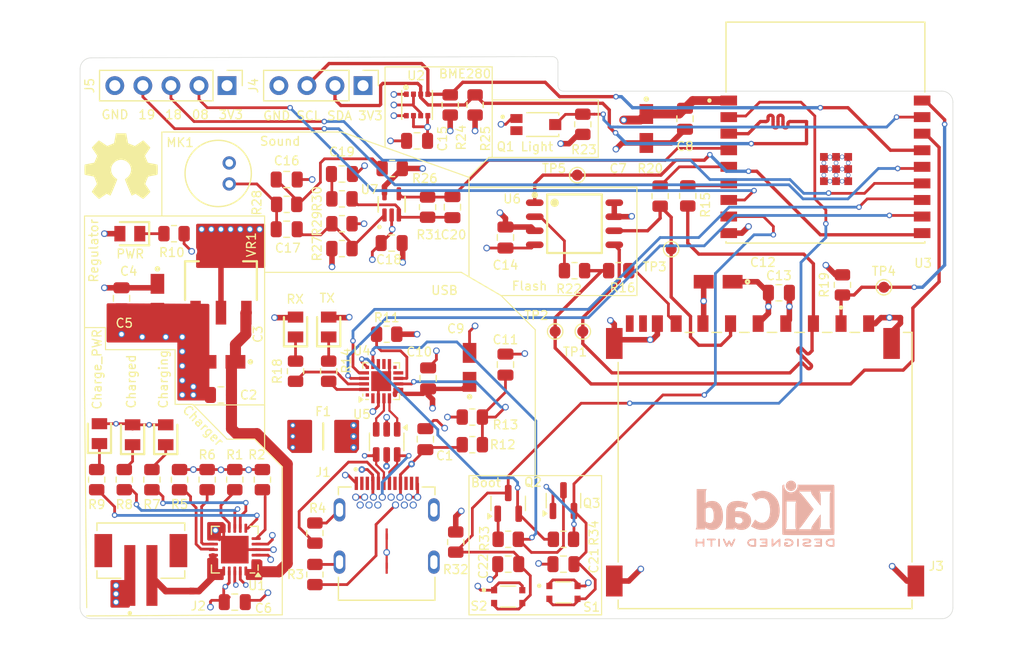
<source format=kicad_pcb>
(kicad_pcb (version 20241229) (generator "pcbnew") (generator_version "9.0")
  (title_block (title "ESP32C3 Peter Board") (date "2025-05-27") (rev "1") (company "Yusef Karim"))
  (layers (0 "F.Cu" signal) (4 "In1.Cu" power) (6 "In2.Cu" power) (2 "B.Cu" signal) (13 "F.Paste" user) (15 "B.Paste" user) (5 "F.SilkS" user "F.Silkscreen") (7 "B.SilkS" user "B.Silkscreen") (1 "F.Mask" user) (3 "B.Mask" user) (25 "Edge.Cuts" user))
  (net 0 "")
  (net 1 "/VBUS")
  (net 2 "GND")
  (net 3 "+5V")
  (net 4 "+3.3V")
  (net 5 "/+5V_USB")
  (net 6 "Net-(U4-VBUS)")
  (net 7 "Net-(C16-Pad1)")
  (net 8 "/ESP32-C3-02/MIC_OUT")
  (net 9 "/ESP32-C3-02/BOOT")
  (net 10 "/ESP32-C3-02/EN")
  (net 11 "/ESP32-C3-02/SCL")
  (net 12 "/ESP32-C3-02/SDA")
  (net 13 "/ESP32-C3-02/GPIO19")
  (net 14 "/ESP32-C3-02/GPIO18")
  (net 15 "/ESP32-C3-02/GPIO8")
  (net 16 "Net-(LED1-K)")
  (net 17 "Net-(LED2-K)")
  (net 18 "Net-(LED3-K)")
  (net 19 "/PWR_LED")
  (net 20 "Net-(LED5-K)")
  (net 21 "Net-(LED6-K)")
  (net 22 "Net-(Q2-B)")
  (net 23 "/ESP32-C3-02/RTS")
  (net 24 "/ESP32-C3-02/DTR")
  (net 25 "Net-(Q3-B)")
  (net 26 "Net-(U1-~{TE})")
  (net 27 "Net-(U1-THERM)")
  (net 28 "Net-(J1-CC2)")
  (net 29 "Net-(J1-CC1)")
  (net 30 "Net-(U1-PROG1)")
  (net 31 "Net-(U1-PROG3)")
  (net 32 "/CHARGING_PWR_GOOD")
  (net 33 "/CHARGED")
  (net 34 "/CHARGING")
  (net 35 "Net-(U4-~{RST})")
  (net 36 "Net-(U4-~{TXT}{slash}GPIO.2)")
  (net 37 "/ESP32-C3-02/MOSI_DI")
  (net 38 "Net-(U3-IO7)")
  (net 39 "/ESP32-C3-02/MISO_DO")
  (net 40 "Net-(J3-DAT0)")
  (net 41 "Net-(U4-~{RXT}{slash}GPIO.3)")
  (net 42 "/ESP32-C3-02/CS_SD")
  (net 43 "Net-(U3-IO6)")
  (net 44 "/ESP32-C3-02/SCLK")
  (net 45 "Net-(U6-DO(IO1))")
  (net 46 "/ESP32-C3-02/PHOTO_C")
  (net 47 "Net-(U7-IN+)")
  (net 48 "/ESP32-C3-02/CS")
  (net 49 "/VBAT")
  (net 50 "/USB_DP")
  (net 51 "/USB_DN")
  (net 52 "/ESP32-C3-02/USB_D-")
  (net 53 "/ESP32-C3-02/USB_D+")
  (net 66 "/ESP32-C3-02/RX_TX")
  (net 67 "/ESP32-C3-02/TX_RX")
  (net 74 "Net-(C19-Pad2)")
  (net 75 "Net-(U7-IN-)")
  (net 76 "Net-(C17-Pad2)")
  (footprint "Peter Board Footprints:TRANS_TEMT6000X01" (layer "F.Cu") (at 185.25 69.025)
    (property "Reference" "Q1")
    (property "Value" "TEMT6000X01")
  )
  (footprint "Resistor_SMD:R_0805_2012Metric" (layer "F.Cu") (at 148 101.1625 90)
    (property "Reference" "R8")
    (property "Value" "470")
  )
  (footprint "Resistor_SMD:R_0805_2012Metric" (layer "F.Cu") (at 171.75 88 180)
    (property "Reference" "R11")
    (property "Value" "1k")
  )
  (footprint "Resistor_SMD:R_0805_2012Metric" (layer "F.Cu") (at 165.25 109.75 -90)
    (property "Reference" "R3")
    (property "Value" "5k1")
  )
  (footprint "Resistor_SMD:R_0805_2012Metric" (layer "F.Cu") (at 196.5 75.5 90)
    (property "Reference" "R20")
    (property "Value" "50")
  )
  (footprint "Capacitor_SMD:C_0805_2012Metric" (layer "F.Cu") (at 174.5 70.5)
    (property "Reference" "C15")
    (property "Value" "0.1u")
  )
  (footprint "Resistor_SMD:R_0805_2012Metric" (layer "F.Cu") (at 187.75 106.5625)
    (property "Reference" "R34")
    (property "Value" "10k")
  )
  (footprint "Connector_PinHeader_2.54mm:PinHeader_1x04_P2.54mm_Vertical" (layer "F.Cu") (at 169.61 65.5 -90)
    (property "Reference" "J4")
    (property "Value" "Conn_01x04_Pin")
  )
  (footprint "Connector_PinHeader_2.54mm:PinHeader_1x05_P2.54mm_Vertical" (layer "F.Cu") (at 157.3 65.5 -90)
    (property "Reference" "J5")
    (property "Value" "Conn_01x05_Pin")
  )
  (footprint "Capacitor_SMD:C_0805_2012Metric" (layer "F.Cu") (at 147.75 84.75 -90)
    (property "Reference" "C5")
    (property "Value" "0.1u")
  )
  (footprint "Resistor_SMD:R_0805_2012Metric" (layer "F.Cu") (at 167.7 78 180)
    (property "Reference" "R29")
    (property "Value" "1M")
  )
  (footprint "Peter Board Footprints:AMPHENOL_GSD090012SEU" (layer "F.Cu") (at 206 100.3375)
    (property "Reference" "J3")
    (property "Value" "GSD090012SEU")
  )
  (footprint "Resistor_SMD:R_0805_2012Metric" (layer "F.Cu") (at 145.5 101.1625 90)
    (property "Reference" "R9")
    (property "Value" "470")
  )
  (footprint "Capacitor_SMD:C_0805_2012Metric" (layer "F.Cu") (at 182.5 79.25 -90)
    (property "Reference" "C14")
    (property "Value" "0.1u")
  )
  (footprint "Peter Board Footprints:T491A" (layer "F.Cu") (at 195.25 69.38 -90)
    (property "Reference" "C7")
    (property "Value" "10u" (hide yes))
  )
  (footprint "Peter Board Footprints:MODULE_ESP32-C3-WROOM-02-H4" (layer "F.Cu") (at 211.4625 69.75)
    (property "Reference" "U3")
    (property "Value" "ESP32-C3-WROOM-02-H4")
  )
  (footprint "Resistor_SMD:R_0805_2012Metric" (layer "F.Cu") (at 192.75 82.25 180)
    (property "Reference" "R16")
    (property "Value" "50")
  )
  (footprint "Package_DFN_QFN:QFN-20-1EP_4x4mm_P0.5mm_EP2.5x2.5mm" (layer "F.Cu") (at 158 107.5 180)
    (property "Reference" "U1")
    (property "Value" "MCP73871")
  )
  (footprint "Capacitor_SMD:C_0805_2012Metric" (layer "F.Cu") (at 158 112.25)
    (property "Reference" "C6")
    (property "Value" "1u")
  )
  (footprint "Peter Board Footprints:CUI_CMC-5042PF-AC" (layer "F.Cu") (at 156.5 73.45)
    (property "Reference" "MK1")
    (property "Value" "CMC-5042PF-AC")
  )
  (footprint "Resistor_SMD:R_0805_2012Metric" (layer "F.Cu") (at 177.5 67.25 90)
    (property "Reference" "R24")
    (property "Value" "4k7")
  )
  (footprint "Capacitor_SMD:C_0805_2012Metric" (layer "F.Cu") (at 156.75 93.5 180)
    (property "Reference" "C2")
    (property "Value" "0.1u")
  )
  (footprint "Peter Board Footprints:LEDC2012X120N" (layer "F.Cu") (at 148.75 97.1 90)
    (property "Reference" "LED2" (hide yes))
    (property "Value" "LTST-C170GKT" (hide yes))
  )
  (footprint "Capacitor_SMD:C_0805_2012Metric" (layer "F.Cu") (at 162.7 74)
    (property "Reference" "C16")
    (property "Value" "0.1u")
  )
  (footprint "Resistor_SMD:R_0805_2012Metric" (layer "F.Cu") (at 152.5 78.9 180)
    (property "Reference" "R10")
    (property "Value" "470")
  )
  (footprint "Peter Board Footprints:SOIC127P790X216-8N" (layer "F.Cu") (at 188.75 78)
    (property "Reference" "U6")
    (property "Value" "W25Q32JVSSIQ")
  )
  (footprint "TestPoint:TestPoint_Pad_D1.0mm" (layer "F.Cu") (at 197.5 80.3)
    (property "Reference" "TP3")
    (property "Value" "Test SCLK")
  )
  (footprint "TestPoint:TestPoint_Pad_D1.0mm" (layer "F.Cu") (at 189.5 87.75)
    (property "Reference" "TP1")
    (property "Value" "Test MOSI")
  )
  (footprint "Capacitor_SMD:C_0805_2012Metric" (layer "F.Cu") (at 198.75 68.5 -90)
    (property "Reference" "C8")
    (property "Value" "0.1u")
  )
  (footprint "Resistor_SMD:R_0805_2012Metric" (layer "F.Cu") (at 179.75 67.25 90)
    (property "Reference" "R25")
    (property "Value" "4k7")
  )
  (footprint "Resistor_SMD:R_0805_2012Metric" (layer "F.Cu") (at 163.5 91.35 90)
    (property "Reference" "R18")
    (property "Value" "470")
  )
  (footprint "Resistor_SMD:R_0805_2012Metric" (layer "F.Cu") (at 178 106.8125 -90)
    (property "Reference" "R32")
    (property "Value" "10k")
  )
  (footprint "Package_TO_SOT_SMD:SOT-23-6" (layer "F.Cu") (at 171.75 97.75 -90)
    (property "Reference" "U5")
    (property "Value" "USBLC6-2SC6")
  )
  (footprint "Resistor_SMD:R_0805_2012Metric" (layer "F.Cu") (at 167.7 80.25 180)
    (property "Reference" "R27")
    (property "Value" "1M")
  )
  (footprint "Resistor_SMD:R_0805_2012Metric" (layer "F.Cu") (at 172.25 73)
    (property "Reference" "R26")
    (property "Value" "2k")
  )
  (footprint "Peter Board Footprints:PSON65P250X250X100-8N" (layer "F.Cu") (at 174.5 67.25 90)
    (property "Reference" "U2")
    (property "Value" "BME280")
  )
  (footprint "Package_DFN_QFN:SiliconLabs_QFN-20-1EP_3x3mm_P0.5mm_EP1.8x1.8mm" (layer "F.Cu") (at 171.25 92.25 90)
    (property "Reference" "U4")
    (property "Value" "CP2102N-Axx-xQFN20")
  )
  (footprint "Peter Board Footprints:LEDC2012X120N" (layer "F.Cu") (at 151.75 97.1 90)
    (property "Reference" "LED3" (hide yes))
    (property "Value" "LTST-C170TBKT" (hide yes))
  )
  (footprint "Resistor_SMD:R_0805_2012Metric" (layer "F.Cu") (at 213 83.5375 90)
    (property "Reference" "R19")
    (property "Value" "10k")
  )
  (footprint "Package_TO_SOT_SMD:SOT-23" (layer "F.Cu") (at 187.75 103.0625 90)
    (property "Reference" "Q3")
    (property "Value" "BC817")
  )
  (footprint "Capacitor_SMD:C_0805_2012Metric" (layer "F.Cu") (at 187.75 108.8125 180)
    (property "Reference" "C21")
    (property "Value" "0.1u")
  )
  (footprint "Capacitor_SMD:C_0805_2012Metric" (layer "F.Cu") (at 172.2 79.75 180)
    (property "Reference" "C18")
    (property "Value" "0.1u")
  )
  (footprint "Capacitor_SMD:C_0805_2012Metric" (layer "F.Cu") (at 182.75 108.8125 180)
    (property "Reference" "C22")
    (property "Value" "1u")
  )
  (footprint "Capacitor_SMD:C_0805_2012Metric" (layer "F.Cu") (at 162.7 78.5 180)
    (property "Reference" "C17")
    (property "Value" "10n")
  )
  (footprint "Peter Board Footprints:SOT65P210X110-5N" (layer "F.Cu") (at 172.2 76.25 90)
    (property "Reference" "U7")
    (property "Value" "MAX4466EXK")
  )
  (footprint "Resistor_SMD:R_0805_2012Metric" (layer "F.Cu") (at 166.5 91.35 90)
    (property "Reference" "R14")
    (property "Value" "470")
  )
  (footprint "Peter Board Footprints:LEDC2012X120N" (layer "F.Cu") (at 145.75 97 90)
    (property "Reference" "LED1" (hide yes))
    (property "Value" "LTST-C170KRKT" (hide yes))
  )
  (footprint "Peter Board Footprints:VREG_LM1117MPX-3.3" (layer "F.Cu") (at 156.75 83.15 90)
    (property "Reference" "VR1")
    (property "Value" "LM1117MPX-3.3")
  )
  (footprint "Resistor_SMD:R_0805_2012Metric" (layer "F.Cu") (at 175.45 76.5 90)
    (property "Reference" "R31")
    (property "Value" "100k")
  )
  (footprint "TestPoint:TestPoint_Pad_D1.0mm" (layer "F.Cu") (at 187 87.75)
    (property "Reference" "TP2")
    (property "Value" "Test MISO")
  )
  (footprint "Resistor_SMD:R_0805_2012Metric" (layer "F.Cu") (at 165.25 106 -90)
    (property "Reference" "R4")
    (property "Value" "5k1")
  )
  (footprint "Peter Board Footprints:T491A" (layer "F.Cu") (at 201.75 83.25 180)
    (property "Reference" "C12")
    (property "Value" "10u" (hide yes))
  )
  (footprint "Package_TO_SOT_SMD:SOT-23" (layer "F.Cu") (at 182.75 103.3125 90)
    (property "Reference" "Q2")
    (property "Value" "BC817")
  )
  (footprint "Peter Board Footprints:SW_USLPT2819DT2TR" (layer "F.Cu") (at 182.75 111.75)
    (property "Reference" "S2")
    (property "Value" "Reset")
  )
  (footprint "Peter Board Footprints:FUSC3226X100N" (layer "F.Cu") (at 166 97.25 180)
    (property "Reference" "F1")
    (property "Value" "0ZCH0110AF2E" (hide yes))
  )
  (footprint "Resistor_SMD:R_0805_2012Metric" (layer "F.Cu") (at 153 101.1625 90)
    (property "Reference" "R5")
    (property "Value" "2k")
  )
  (footprint "Resistor_SMD:R_0805_2012Metric" (layer "F.Cu") (at 179.5 95.5 180)
    (property "Reference" "R13")
    (property "Value" "47K5")
  )
  (footprint "Resistor_SMD:R_0805_2012Metric" (layer "F.Cu") (at 199 75.4825 -90)
    (property "Reference" "R15")
    (property "Value" "50")
  )
  (footprint "Capacitor_SMD:C_0805_2012Metric" (layer "F.Cu") (at 177.7 76.5 90)
    (property "Reference" "C20")
    (property "Value" "0.1u")
  )
  (footprint "Capacitor_SMD:C_0805_2012Metric" (layer "F.Cu") (at 167.7 73.5 180)
    (property "Reference" "C19")
    (property "Value" "1u")
  )
  (footprint "Resistor_SMD:R_0805_2012Metric" (layer "F.Cu") (at 150.5 101.1625 90)
    (property "Reference" "R7")
    (property "Value" "470")
  )
  (footprint "Resistor_SMD:R_0805_2012Metric" (layer "F.Cu") (at 179.5 98)
    (property "Reference" "R12")
    (property "Value" "22K1")
  )
  (footprint "Resistor_SMD:R_0805_2012Metric" (layer "F.Cu") (at 189.5 69 90)
    (property "Reference" "R23")
    (property "Value" "10k")
  )
  (footprint "Resistor_SMD:R_0805_2012Metric" (layer "F.Cu") (at 158 101.1625 90)
    (property "Reference" "R1")
    (property "Value" "10K")
  )
  (footprint "Peter Board Footprints:T491A" (layer "F.Cu") (at 179.25 91 90)
    (property "Reference" "C9")
    (property "Value" "4.7u" (hide yes))
  )
  (footprint "TestPoint:TestPoint_Pad_D1.0mm" (layer "F.Cu") (at 216.75 83.75)
    (property "Reference" "TP4")
    (property "Value" "Test CS_SD")
  )
  (footprint "Peter Board Footprints:LEDC2012X120N" (layer "F.Cu") (at 163.5 87.35 90)
    (property "Reference" "LED6" (hide yes))
    (property "Value" "LTST-C170KRKT" (hide yes))
  )
  (footprint "Peter Board Footprints:JST_B2B-PH-SM4-TB" (layer "F.Cu") (at 149.5 107.5875)
    (property "Reference" "J2")
    (property "Value" "B2B-PH-SM4-TB")
  )
  (footprint "Capacitor_SMD:C_0805_2012Metric" (layer "F.Cu") (at 207.25 84.25)
    (property "Reference" "C13")
    (property "Value" "0.1u")
  )
  (footprint "Capacitor_SMD:C_0805_2012Metric" (layer "F.Cu") (at 175.25 97.5 90)
    (property "Reference" "C1")
    (property "Value" "0.1u")
  )
  (footprint "Peter Board Footprints:SW_USLPT2819DT2TR" (layer "F.Cu") (at 187.75 111.37)
    (property "Reference" "S1")
    (property "Value" "Boot")
  )
  (footprint "Capacitor_SMD:C_0805_2012Metric" (layer "F.Cu") (at 182.5 90.75 90)
    (property "Reference" "C11")
    (property "Value" "1u")
  )
  (footprint "Resistor_SMD:R_0805_2012Metric" (layer "F.Cu") (at 182.75 106.5625 180)
    (property "Reference" "R33")
    (property "Value" "10k")
  )
  (footprint "Resistor_SMD:R_0805_2012Metric" (layer "F.Cu") (at 167.7 75.75)
    (property "Reference" "R30")
    (property "Value" "10k")
  )
  (footprint "Resistor_SMD:R_0805_2012Metric" (layer "F.Cu") (at 188.75 82.25 180)
    (property "Reference" "R22")
    (property "Value" "50")
  )
  (footprint "Peter Board Footprints:BELFUSE_SS-52400-002" (layer "F.Cu") (at 171.75 108.63)
    (property "Reference" "J1")
    (property "Value" "SS-52400-002")
  )
  (footprint "Symbol:OSHW-Symbol_6.7x6mm_SilkScreen" (layer "F.Cu") (at 147.7 72.8)
    (property "Reference" "REF**" (hide yes))
    (property "Value" "OSHW-Symbol_6.7x6mm_SilkScreen" (hide yes))
  )
  (footprint "Resistor_SMD:R_0805_2012Metric" (layer "F.Cu") (at 155.5 101.1625 90)
    (property "Reference" "R6")
    (property "Value" "20k")
  )
  (footprint "Capacitor_SMD:C_0805_2012Metric" (layer "F.Cu") (at 175.5 92 -90)
    (property "Reference" "C10")
    (property "Value" "0.1u")
  )
  (footprint "Peter Board Footprints:T491A" (layer "F.Cu") (at 156.75 90.5 180)
    (property "Reference" "C3")
    (property "Value" "10u" (hide yes))
  )
  (footprint "Resistor_SMD:R_0805_2012Metric" (layer "F.Cu") (at 160.5 101.1625 90)
    (property "Reference" "R2")
    (property "Value" "10K")
  )
  (footprint "Peter Board Footprints:LEDC2012X120N" (layer "F.Cu") (at 166.5 87.35 90)
    (property "Reference" "LED5" (hide yes))
    (property "Value" "LTST-C170GKT" (hide yes))
  )
  (footprint "Peter Board Footprints:LEDC2012X120N" (layer "F.Cu") (at 148.5 78.9 180)
    (property "Reference" "LED4" (hide yes))
    (property "Value" "LTST-C170KRKT" (hide yes))
  )
  (footprint "Resistor_SMD:R_0805_2012Metric" (layer "F.Cu") (at 162.7 76.25)
    (property "Reference" "R28")
    (property "Value" "2k")
  )
  (footprint "TestPoint:TestPoint_Pad_D1.0mm" (layer "F.Cu") (at 189 73.6)
    (property "Reference" "TP5")
    (property "Value" "Test CS")
  )
  (footprint "Peter Board Footprints:T491A" (layer "F.Cu") (at 151 84.75 -90)
    (property "Reference" "C4")
    (property "Value" "10u" (hide yes))
  )
  (footprint "Symbol:KiCad-Logo2_5mm_SilkScreen" (layer "B.Cu") (at 206 104.235 180)
    (property "Reference" "REF**" (hide yes))
    (property "Value" "KiCad-Logo2_5mm_SilkScreen" (hide yes))
  )
  (gr_line (start 191.2 113.4) (end 191.2 100.8) (stroke (width 0.1)) (layer "F.SilkS"))
  (gr_line (start 181.3 66.8) (end 190.9 66.8) (stroke (width 0.1)) (layer "F.SilkS"))
  (gr_line (start 162.3 113.4) (end 162.3 100) (stroke (width 0.1)) (layer "F.SilkS"))
  (gr_line (start 182.1 84.5) (end 178.5 82.4) (stroke (width 0.1)) (layer "F.SilkS"))
  (gr_line (start 160.7 94.4) (end 154.2 94.4) (stroke (width 0.1)) (layer "F.SilkS"))
  (gr_line (start 146.3 87.4) (end 144.4 87.4) (stroke (width 0.1)) (layer "F.SilkS"))
  (gr_line (start 179.2 73.8) (end 167.7 69.7) (stroke (width 0.1)) (layer "F.SilkS"))
  (gr_line (start 144.4 93.15) (end 144.6 112.75) (stroke (width 0.1)) (layer "F.SilkS"))
  (gr_line (start 144.4 77.3) (end 160.7 77.3) (stroke (width 0.1)) (layer "F.SilkS"))
  (gr_line (start 194.4 84.5) (end 194.4 74.7) (stroke (width 0.1)) (layer "F.SilkS"))
  (gr_line (start 160.7 94.4) (end 160.7 98.4) (stroke (width 0.1)) (layer "F.SilkS"))
  (gr_line (start 179.2 113.4) (end 191.2 113.4) (stroke (width 0.1)) (layer "F.SilkS"))
  (gr_line (start 181.3 63.8) (end 181.3 72) (stroke (width 0.1)) (layer "F.SilkS"))
  (gr_line (start 160.7 82.4) (end 178.5 82.4) (stroke (width 0.1)) (layer "F.SilkS"))
  (gr_line (start 181 72) (end 179.2 73.8) (stroke (width 0.1)) (layer "F.SilkS"))
  (gr_line (start 191.2 100.8) (end 179.2 100.8) (stroke (width 0.1)) (layer "F.SilkS"))
  (gr_line (start 146.3 89.4) (end 146.3 87.4) (stroke (width 0.1)) (layer "F.SilkS"))
  (gr_line (start 144.4 87.4) (end 144.4 77.3) (stroke (width 0.1)) (layer "F.SilkS"))
  (gr_line (start 171.6 71.1) (end 171.6 63.8) (stroke (width 0.1)) (layer "F.SilkS"))
  (gr_line (start 179.2 82.8) (end 179.2 73.8) (stroke (width 0.1)) (layer "F.SilkS"))
  (gr_line (start 152.6 94.35) (end 152.6 89.4) (stroke (width 0.1)) (layer "F.SilkS"))
  (gr_line (start 159.8 97.5) (end 157.3 97.5) (stroke (width 0.1)) (layer "F.SilkS"))
  (gr_line (start 194.4 74.7) (end 179.2 74.7) (stroke (width 0.1)) (layer "F.SilkS"))
  (gr_line (start 185.2 100.8) (end 185.2 87.6) (stroke (width 0.1)) (layer "F.SilkS"))
  (gr_line (start 151.4 69.7) (end 167.7 69.7) (stroke (width 0.1)) (layer "F.SilkS"))
  (gr_line (start 152.6 89.4) (end 146.3 89.4) (stroke (width 0.1)) (layer "F.SilkS"))
  (gr_line (start 182.1 84.5) (end 194.4 84.5) (stroke (width 0.1)) (layer "F.SilkS"))
  (gr_line (start 179.2 100.8) (end 179.2 113.4) (stroke (width 0.1)) (layer "F.SilkS"))
  (gr_line (start 190.9 66.8) (end 190.9 72) (stroke (width 0.1)) (layer "F.SilkS"))
  (gr_line (start 171.6 63.8) (end 181.3 63.8) (stroke (width 0.1)) (layer "F.SilkS"))
  (gr_line (start 162.3 100) (end 159.8 97.5) (stroke (width 0.1)) (layer "F.SilkS"))
  (gr_line (start 151.4 77.3) (end 151.4 69.7) (stroke (width 0.1)) (layer "F.SilkS"))
  (gr_line (start 190.9 72) (end 181 72) (stroke (width 0.1)) (layer "F.SilkS"))
  (gr_line (start 157.3 97.5) (end 154.2 94.35) (stroke (width 0.1)) (layer "F.SilkS"))
  (gr_line (start 144.6 113.5) (end 162.3 113.4) (stroke (width 0.1)) (layer "F.SilkS"))
  (gr_line (start 160.7 77.3) (end 160.7 94.4) (stroke (width 0.1)) (layer "F.SilkS"))
  (gr_line (start 179.2 82.4) (end 179.2 82.4) (stroke (width 0.1)) (layer "F.SilkS"))
  (gr_line (start 144.4 87.4) (end 144.4 93.15) (stroke (width 0.1)) (layer "F.SilkS"))
  (gr_line (start 154.2 94.35) (end 152.6 94.35) (stroke (width 0.1)) (layer "F.SilkS"))
  (gr_line (start 185.2 87.6) (end 182.1 84.5) (stroke (width 0.1)) (layer "F.SilkS"))
  (gr_line (start 187.25 65.5) (end 187.25 63.37771) (stroke (width 0.05)) (layer "Edge.Cuts"))
  (gr_line (start 185.247297 62.87771) (end 186.75 62.87771) (stroke (width 0.05)) (layer "Edge.Cuts"))
  (gr_arc (start 145 113.75) (mid 144.292893 113.457107) (end 144 112.75) (stroke (width 0.05)) (layer "Edge.Cuts"))
  (gr_arc (start 222 66) (mid 222.707107 66.292893) (end 223 67) (stroke (width 0.05)) (layer "Edge.Cuts"))
  (gr_line (start 185.247297 62.87771) (end 144.997297 62.985819) (stroke (width 0.05)) (layer "Edge.Cuts"))
  (gr_arc (start 223 112.75) (mid 222.707107 113.457107) (end 222 113.75) (stroke (width 0.05)) (layer "Edge.Cuts"))
  (gr_arc (start 144 63.985815) (mid 144.291933 63.279655) (end 144.997297 62.985819) (stroke (width 0.05)) (layer "Edge.Cuts"))
  (gr_line (start 223 112.75) (end 223 67) (stroke (width 0.05)) (layer "Edge.Cuts"))
  (gr_line (start 202.25 66) (end 187.75 66) (stroke (width 0.05)) (layer "Edge.Cuts"))
  (gr_arc (start 186.75 62.87771) (mid 187.10355 63.024157) (end 187.25 63.37771) (stroke (width 0.05)) (layer "Edge.Cuts"))
  (gr_line (start 222 66) (end 202.25 66) (stroke (width 0.05)) (layer "Edge.Cuts"))
  (gr_arc (start 187.75 66) (mid 187.396447 65.853553) (end 187.25 65.5) (stroke (width 0.05)) (layer "Edge.Cuts"))
  (gr_line (start 144 63.9858) (end 144 112.75) (stroke (width 0.05)) (layer "Edge.Cuts"))
  (gr_line (start 145 113.75) (end 222 113.75) (stroke (width 0.05)) (layer "Edge.Cuts"))
  (gr_text "RX" (at 162.6 85.3 0) (layer "F.SilkS") (effects (font (size 0.8 0.8) (thickness 0.12)) (justify left bottom)))
  (gr_text "08" (at 154.040358 68.6 0) (layer "F.SilkS") (effects (font (size 0.8 0.8) (thickness 0.12)) (justify left bottom)))
  (gr_text "Charger" (at 153.1 94.9 315) (layer "F.SilkS") (effects (font (size 0.8 0.8) (thickness 0.12)) (justify left bottom)))
  (gr_text "Sound" (at 160.2 71 0) (layer "F.SilkS") (effects (font (size 0.8 0.8) (thickness 0.12)) (justify left bottom)))
  (gr_text "3V3" (at 156.462382 68.6 0) (layer "F.SilkS") (effects (font (size 0.8 0.8) (thickness 0.12)) (justify left bottom)))
  (gr_text "GND" (at 145.86 68.6 0) (layer "F.SilkS") (effects (font (size 0.8 0.8) (thickness 0.12)) (justify left bottom)))
  (gr_text "3V3" (at 169.1 68.7 0) (layer "F.SilkS") (effects (font (size 0.8 0.8) (thickness 0.12)) (justify left bottom)))
  (gr_text "PWR" (at 147.2 81.2 0) (layer "F.SilkS") (effects (font (size 0.8 0.8) (thickness 0.12)) (justify left bottom)))
  (gr_text "Boot" (at 179.3 101.9 0) (layer "F.SilkS") (effects (font (size 0.8 0.8) (thickness 0.12)) (justify left bottom)))
  (gr_text "Regulator" (at 145.7 83.4 90) (layer "F.SilkS") (effects (font (size 0.8 0.8) (thickness 0.12)) (justify left bottom)))
  (gr_text "19" (at 149.196309 68.6 0) (layer "F.SilkS") (effects (font (size 0.8 0.8) (thickness 0.12)) (justify left bottom)))
  (gr_text "BME280" (at 176.4 64.9 0) (layer "F.SilkS") (effects (font (size 0.8 0.8) (thickness 0.12)) (justify left bottom)))
  (gr_text "GND" (at 160.5 68.7 0) (layer "F.SilkS") (effects (font (size 0.8 0.8) (thickness 0.12)) (justify left bottom)))
  (gr_text "18" (at 151.618334 68.6 0) (layer "F.SilkS") (effects (font (size 0.8 0.8) (thickness 0.12)) (justify left bottom)))
  (gr_text "SDA" (at 166.284127 68.7 0) (layer "F.SilkS") (effects (font (size 0.8 0.8) (thickness 0.12)) (justify left bottom)))
  (gr_text "Flash" (at 183 84.1 0) (layer "F.SilkS") (effects (font (size 0.8 0.8) (thickness 0.12)) (justify left bottom)))
  (gr_text "Charging" (at 152 94.8 90) (layer "F.SilkS") (effects (font (size 0.8 0.8) (thickness 0.12)) (justify left bottom)))
  (gr_text "Charged" (at 149.1 94.8 90) (layer "F.SilkS") (effects (font (size 0.8 0.8) (thickness 0.12)) (justify left bottom)))
  (gr_text "USB" (at 175.7 84.5 0) (layer "F.SilkS") (effects (font (size 0.8 0.8) (thickness 0.12)) (justify left bottom)))
  (gr_text "SCL" (at 163.506349 68.7 0) (layer "F.SilkS") (effects (font (size 0.8 0.8) (thickness 0.12)) (justify left bottom)))
  (gr_text "TX" (at 165.6 85.2 0) (layer "F.SilkS") (effects (font (size 0.8 0.8) (thickness 0.12)) (justify left bottom)))
  (gr_text "Charge_PWR" (at 146 94.9 90) (layer "F.SilkS") (effects (font (size 0.8 0.8) (thickness 0.12)) (justify left bottom)))
  (gr_text "Light" (at 183.8 71.5 0) (layer "F.SilkS") (effects (font (size 0.8 0.8) (thickness 0.12)) (justify left bottom)))
  (segment (start 170.55 102.75) (end 170.5 102.7) (width 0.254) (layer "F.Cu") (net 1))
  (segment (start 170.000707 100.249293) (end 170.478 100.726586) (width 0.254) (layer "F.Cu") (net 1))
  (segment (start 169.5 100.249293) (end 170.000707 100.249293) (width 0.254) (layer "F.Cu") (net 1))
  (segment (start 171.75 99.963909) (end 171.735386 99.949295) (width 0.254) (layer "F.Cu") (net 1))
  (segment (start 170.5 102.7) (end 170.5 101.5) (width 0.254) (layer "F.Cu") (net 1))
  (segment (start 175.25 98.45) (end 175.45 98.25) (width 0.254) (layer "F.Cu") (net 1))
  (segment (start 173 100.7) (end 175.25 98.45) (width 0.254) (layer "F.Cu") (net 1))
  (segment (start 173 102.7) (end 173 101.5) (width 0.254) (layer "F.Cu") (net 1))
  (segment (start 171.75 98.8875) (end 171.75 99.963909) (width 0.254) (layer "F.Cu") (net 1))
  (segment (start 170.478 101.228) (end 170.5 101.25) (width 0.254) (layer "F.Cu") (net 1))
  (segment (start 178.3375 98.25) (end 178.5875 98) (width 0.254) (layer "F.Cu") (net 1))
  (segment (start 170.5 101.25) (end 170.5 101.5) (width 0.254) (layer "F.Cu") (net 1))
  (segment (start 173 101.5) (end 173 100.7) (width 0.254) (layer "F.Cu") (net 1))
  (segment (start 175.45 98.25) (end 178.3375 98.25) (width 0.254) (layer "F.Cu") (net 1))
  (segment (start 170.478 100.726586) (end 170.478 101.228) (width 0.254) (layer "F.Cu") (net 1))
  (segment (start 172.95 102.75) (end 173 102.7) (width 0.254) (layer "F.Cu") (net 1))
  (via (at 168.75 98.25) (size 0.6) (drill 0.3) (layers "F.Cu" "B.Cu") (net 1))
  (via (at 174 99.75) (size 0.6) (drill 0.3) (layers "F.Cu" "B.Cu") (net 1))
  (via (at 168.75 96.25) (size 0.6) (drill 0.3) (layers "F.Cu" "B.Cu") (net 1))
  (via (at 169.5 100.249293) (size 0.6) (drill 0.3) (layers "F.Cu" "B.Cu") (net 1))
  (via (at 171.735386 99.949295) (size 0.6) (drill 0.3) (layers "F.Cu" "B.Cu") (net 1))
  (via (at 168.75 97.25) (size 0.6) (drill 0.3) (layers "F.Cu" "B.Cu") (net 1))
  (segment (start 212.4225 74.15) (end 213.5225 74.15) (width 0.25) (layer "F.Cu") (net 2))
  (segment (start 181.7 109.8) (end 181.7 108.9125) (width 0.254) (layer "F.Cu") (net 2))
  (segment (start 208.2 86.7125) (end 207.875 87.0375) (width 0.25) (layer "F.Cu") (net 2))
  (segment (start 171 93.8) (end 171 92.5) (width 0.254) (layer "F.Cu") (net 2))
  (segment (start 158 100.25) (end 159.25 100.25) (width 0.25) (layer "F.Cu") (net 2))
  (segment (start 181.1 110.2) (end 181.3 110.2) (width 0.254) (layer "F.Cu") (net 2))
  (segment (start 193.06 70.69) (end 192.5 71.25) (width 0.5) (layer "F.Cu") (net 2))
  (segment (start 171.25 92.25) (end 172 91.5) (width 0.254) (layer "F.Cu") (net 2))
  (segment (start 178.5875 95.5) (end 177.25 95.5) (width 0.254) (layer "F.Cu") (net 2))
  (segment (start 186.475 110.79) (end 186.475 110.56398) (width 0.254) (layer "F.Cu") (net 2))
  (segment (start 176 95.8) (end 176.3 95.8) (width 0.25) (layer "F.Cu") (net 2))
  (segment (start 158 107.5) (end 157 106.5) (width 0.25) (layer "F.Cu") (net 2))
  (segment (start 169 73.5) (end 169.75 72.75) (width 0.254) (layer "F.Cu") (net 2))
  (segment (start 174.175 69.225) (end 174.175 68.22) (width 0.254) (layer "F.Cu") (net 2))
  (segment (start 181.3 110.2) (end 181.7 109.8) (width 0.254) (layer "F.Cu") (net 2))
  (segment (start 215.375 87.0375) (end 215.9625 87.0375) (width 0.5) (layer "F.Cu") (net 2))
  (segment (start 171.75 107.75) (end 171.75 106.08) (width 0.2) (layer "F.Cu") (net 2))
  (segment (start 218.25 87) (end 218.25 86.5) (width 0.5) (layer "F.Cu") (net 2))
  (segment (start 158 107.5) (end 159.9375 107.5) (width 0.25) (layer "F.Cu") (net 2))
  (segment (start 168.25 100.75) (end 168 100.75) (width 0.254) (layer "F.Cu") (net 2))
  (segment (start 195.6 88.5) (end 192.6875 88.5) (width 0.5) (layer "F.Cu") (net 2))
  (segment (start 200.44 85) (end 200.44 86.9725) (width 0.5) (layer "F.Cu") (net 2))
  (segment (start 189.025 110.56398) (end 189.025 110.79) (width 0.254) (layer "F.Cu") (net 2))
  (segment (start 181.91898 110.5) (end 183.75 110.5) (width 0.254) (layer "F.Cu") (net 2))
  (segment (start 176.3 95.8) (end 177 96.5) (width 0.25) (layer "F.Cu") (net 2))
  (segment (start 182.525 69) (end 183.05 68.475) (width 0.254) (layer "F.Cu") (net 2))
  (segment (start 215.9625 87.0375) (end 216.5 86.5) (width 0.5) (layer "F.Cu") (net 2))
  (segment (start 192.35 110.3375) (end 193.6625 110.3375) (width 0.5) (layer "F.Cu") (net 2))
  (segment (start 181.475 111.17) (end 181.475 110.94398) (width 0.254) (layer "F.Cu") (net 2))
  (segment (start 175.45 70.5) (end 175.45 69.25) (width 0.254) (layer "F.Cu") (net 2))
  (segment (start 195.6 88.5) (end 195.7875 88.5) (width 0.5) (layer "F.Cu") (net 2))
  (segment (start 165 74) (end 163.65 74) (width 0.254) (layer "F.Cu") (net 2))
  (segment (start 211.3225 73.05) (end 211.3225 71.95) (width 0.25) (layer "F.Cu") (net 2))
  (segment (start 171.75 96.6125) (end 171.75 95.517278) (width 0.254) (layer "F.Cu") (net 2))
  (segment (start 183.75 110.5) (end 184.025 110.775) (width 0.254) (layer "F.Cu") (net 2))
  (segment (start 218.8375 110.3375) (end 217.5 109) (width 0.5) (layer "F.Cu") (net 2))
  (segment (start 175.45 69.25) (end 175.45 68.245) (width 0.254) (layer "F.Cu") (net 2))
  (segment (start 213.5225 71.95) (end 212.4225 71.95) (width 0.25) (layer "F.Cu") (net 2))
  (segment (start 216.5 86.5) (end 217.25 86.5) (width 0.5) (layer "F.Cu") (net 2))
  (segment (start 186.79698 110.242) (end 188.70302 110.242) (width 0.254) (layer "F.Cu") (net 2))
  (segment (start 192.6875 88.5) (end 192.35 88.8375) (width 0.5) (layer "F.Cu") (net 2))
  (segment (start 192.35 88.8375) (end 192.35 87.1) (width 0.5) (layer "F.Cu") (net 2))
  (segment (start 171.55 96.6125) (end 171.55 96.25) (width 0.2) (layer "F.Cu") (net 2))
  (segment (start 213.5225 74.15) (end 213.5225 73.05) (width 0.25) (layer "F.Cu") (net 2))
  (segment (start 171.75 109.18) (end 171.75 107.75) (width 0.2) (layer "F.Cu") (net 2))
  (segment (start 175.45 68.245) (end 175.475 68.22) (width 0.254) (layer "F.Cu") (net 2))
  (segment (start 179.25 87.75) (end 179.75 87.25) (width 0.254) (layer "F.Cu") (net 2))
  (segment (start 213.5225 73.05) (end 212.4225 73.05) (width 0.25) (layer "F.Cu") (net 2))
  (segment (start 171 94.5) (end 170.5 95) (width 0.254) (layer "F.Cu") (net 2))
  (segment (start 211.3225 71.95) (end 212.4225 71.95) (width 0.25) (layer "F.Cu") (net 2))
  (segment (start 189.71 110.79) (end 190 110.5) (width 0.254) (layer "F.Cu") (net 2))
  (segment (start 171 93.8) (end 171 94.5) (width 0.254) (layer "F.Cu") (net 2))
  (segment (start 168.95 102.75) (end 169.75 102.75) (width 0.254) (layer "F.Cu") (net 2))
  (segment (start 184.025 110.775) (end 184.025 111.17) (width 0.254) (layer "F.Cu") (net 2))
  (segment (start 166.2925 105.0875) (end 167.48 103.9) (width 0.254) (layer "F.Cu") (net 2))
  (segment (start 175.425 69.225) (end 175.45 69.25) (width 0.254) (layer "F.Cu") (net 2))
  (segment (start 203.9 78.85) (end 204.5 78.25) (width 0.5) (layer "F.Cu") (net 2))
  (segment (start 182.5 80.2) (end 180.8 80.2) (width 0.254) (layer "F.Cu") (net 2))
  (segment (start 180.27 111.17) (end 181.475 111.17) (width 0.254) (layer "F.Cu") (net 2))
  (segment (start 217.25 86.5) (end 217.2875 86.5375) (width 0.5) (layer "F.Cu") (net 2))
  (segment (start 172 91.5) (end 172 90.7) (width 0.254) (layer "F.Cu") (net 2))
  (segment (start 171.25 79.75) (end 170.45 80.55) (width 0.254) (layer "F.Cu") (net 2))
  (segment (start 175.5 91.05) (end 176.25 90.3) (width 0.254) (layer "F.Cu") (net 2))
  (segment (start 182.5 89.8) (end 184.2 89.8) (width 0.254) (layer "F.Cu") (net 2))
  (segment (start 168.65 73.5) (end 169 73.5) (width 0.254) (layer "F.Cu") (net 2))
  (segment (start 154.1 80.5) (end 153.4125 79.8125) (width 0.25) (layer "F.Cu") (net 2))
  (segment (start 217.45 87.8) (end 218.25 87) (width 0.5) (layer "F.Cu") (net 2))
  (segment (start 213.5225 73.05) (end 213.5225 71.95) (width 0.25) (layer "F.Cu") (net 2))
  (segment (start 174.55 102.75) (end 174.55 101.55) (width 0.254) (layer "F.Cu") (net 2))
  (segment (start 186.8 108.8125) (end 185.5625 108.8125) (width 0.254) (layer "F.Cu") (net 2))
  (segment (start 185.5625 108.8125) (end 185.5 108.75) (width 0.254) (layer "F.Cu") (net 2))
  (segment (start 181.7 108.9125) (end 181.8 108.8125) (width 0.254) (layer "F.Cu") (net 2))
  (segment (start 192.35 87.1) (end 192 86.75) (width 0.5) (layer "F.Cu") (net 2))
  (segment (start 174.175 69.225) (end 175.425 69.225) (width 0.254) (layer "F.Cu") (net 2))
  (segment (start 188.70302 110.242) (end 189.025 110.56398) (width 0.254) (layer "F.Cu") (net 2))
  (segment (start 180 110.8) (end 180 110.9) (width 0.254) (layer "F.Cu") (net 2))
  (segment (start 165.25 105.0875) (end 166.2925 105.0875) (width 0.254) (layer "F.Cu") (net 2))
  (segment (start 184.2 89.8) (end 184.25 89.75) (width 0.254) (layer "F.Cu") (net 2))
  (segment (start 159.25 100.25) (end 160.5 100.25) (width 0.25) (layer "F.Cu") (net 2))
  (segment (start 202.7125 78.85) (end 203.9 78.85) (width 0.5) (layer "F.Cu") (net 2))
  (segment (start 197.51 70.69) (end 198.75 69.45) (width 0.5) (layer "F.Cu") (net 2))
  (segment (start 180.75 80.25) (end 180.8 80.2) (width 0.254) (layer "F.Cu") (net 2))
  (segment (start 167.2725 108.8375) (end 167.48 108.63) (width 0.254) (layer "F.Cu") (net 2))
  (segment (start 211.8725 73.05) (end 211.3225 73.05) (width 0.25) (layer "F.Cu") (net 2))
  (segment (start 159.9375 107.5) (end 161.5 107.5) (width 0.25) (layer "F.Cu") (net 2))
  (segment (start 184.855 80.2) (end 185.15 79.905) (width 0.254) (layer "F.Cu") (net 2))
  (segment (start 157 106.5) (end 157 105.5625) (width 0.25) (layer "F.Cu") (net 2))
  (segment (start 153 100.25) (end 154.25 100.25) (width 0.25) (layer "F.Cu") (net 2))
  (segment (start 211.3225 74.15) (end 212.4225 74.15) (width 0.25) (layer "F.Cu") (net 2))
  (segment (start 172.4 66.3) (end 172.42 66.28) (width 0.254) (layer "F.Cu") (net 2))
  (segment (start 200.44 86.9725) (end 200.375 87.0375) (width 0.25) (layer "F.Cu") (net 2))
  (segment (start 165.25 108.8375) (end 167.2725 108.8375) (width 0.254) (layer "F.Cu") (net 2))
  (segment (start 217.45 88.8375) (end 217.45 87.8) (width 0.5) (layer "F.Cu") (net 2))
  (segment (start 208.2 85.5) (end 208.2 86.7125) (width 0.5) (layer "F.Cu") (net 2))
  (segment (start 168.6125 78) (end 169.7 78) (width 0.254) (layer "F.Cu") (net 2))
  (segment (start 175.25 96.55) (end 176 95.8) (width 0.25) (layer "F.Cu") (net 2))
  (segment (start 180 110.9) (end 180.27 111.17) (width 0.254) (layer "F.Cu") (net 2))
  (segment (start 174.55 101.55) (end 174.5 101.5) (width 0.254) (layer "F.Cu") (net 2))
  (segment (start 179.25 89.69) (end 179.25 87.75) (width 0.254) (layer "F.Cu") (net 2))
  (segment (start 160.3125 112.0875) (end 161 111.4) (width 0.25) (layer "F.Cu") (net 2))
  (segment (start 195.25 70.69) (end 197.51 70.69) (width 0.5) (layer "F.Cu") (net 2))
  (segment (start 195.25 70.69) (end 193.06 70.69) (width 0.5) (layer "F.Cu") (net 2))
  (segment (start 195.7875 88.5) (end 196.25 88.0375) (width 0.5) (layer "F.Cu") (net 2))
  (segment (start 182.5 80.2) (end 184.855 80.2) (width 0.254) (layer "F.Cu") (net 2))
  (segment (start 170.45 80.55) (end 170.45 81.25) (width 0.254) (layer "F.Cu") (net 2))
  (segment (start 186.475 110.56398) (end 186.79698 110.242) (width 0.254) (layer "F.Cu") (net 2))
  (segment (start 189.025 110.79) (end 189.71 110.79) (width 0.254) (layer "F.Cu") (net 2))
  (segment (start 172.42 66.28) (end 173.525 66.28) (width 0.254) (layer "F.Cu") (net 2))
  (segment (start 158.95 112.0875) (end 160.3125 112.0875) (width 0.25) (layer "F.Cu") (net 2))
  (segment (start 181.475 110.94398) (end 181.91898 110.5) (width 0.254) (layer "F.Cu") (net 2))
  (segment (start 154.25 100.25) (end 155.5 100.25) (width 0.25) (layer "F.Cu") (net 2))
  (segment (start 219.65 110.3375) (end 218.8375 110.3375) (width 0.5) (layer "F.Cu") (net 2))
  (segment (start 208.2 84.25) (end 208.2 85.5) (width 0.5) (layer "F.Cu") (net 2))
  (segment (start 176.25 90.3) (end 176.25 89.5) (width 0.254) (layer "F.Cu") (net 2))
  (segment (start 200.44 83.25) (end 200.44 85) (width 0.5) (layer "F.Cu") (net 2))
  (segment (start 172.2 78.8) (end 172.2 77.21) (width 0.254) (layer "F.Cu") (net 2))
  (segment (start 173.75 102.75) (end 174.55 102.75) (width 0.254) (layer "F.Cu") (net 2))
  (segment (start 182.1 69) (end 182.525 69) (width 0.254) (layer "F.Cu") (net 2))
  (segment (start 196.25 88.0375) (end 196.25 87.0375) (width 0.5) (layer "F.Cu") (net 2))
  (segment (start 169 101.5) (end 168.25 100.75) (width 0.254) (layer "F.Cu") (net 2))
  (segment (start 171 92.5) (end 171.25 92.25) (width 0.254) (layer "F.Cu") (net 2))
  (segment (start 218.25 86.5) (end 217.25 86.5) (width 0.5) (layer "F.Cu") (net 2))
  (segment (start 156.75 100.25) (end 158 100.25) (width 0.25) (layer "F.Cu") (net 2))
  (segment (start 171.25 79.75) (end 172.2 78.8) (width 0.254) (layer "F.Cu") (net 2))
  (segment (start 193.6625 110.3375) (end 194.75 109.25) (width 0.5) (layer "F.Cu") (net 2))
  (segment (start 183.05 68.475) (end 183.495 68.475) (width 0.254) (layer "F.Cu") (net 2))
  (segment (start 155.5 100.25) (end 156.75 100.25) (width 0.25) (layer "F.Cu") (net 2))
  (segment (start 153.4125 79.8125) (end 153.4125 78.7875) (width 0.25) (layer "F.Cu") (net 2))
  (via (at 195.6 88.5) (size 0.6) (drill 0.4) (layers "F.Cu" "B.Cu") (net 2))
  (via (at 192.5 71.25) (size 0.6) (drill 0.4) (layers "F.Cu" "B.Cu") (net 2))
  (via (at 154.25 100.25) (size 0.6) (drill 0.4) (layers "F.Cu" "B.Cu") (net 2))
  (via (at 184.25 89.75) (size 0.6) (drill 0.4) (layers "F.Cu" "B.Cu") (net 2))
  (via (at 169.7 78) (size 0.6) (drill 0.4) (layers "F.Cu" "B.Cu") (net 2))
  (via (at 217.25 86.5) (size 0.6) (drill 0.4) (layers "F.Cu" "B.Cu") (net 2))
  (via (at 171.75 107.75) (size 0.6) (drill 0.4) (layers "F.Cu" "B.Cu") (net 2))
  (via (at 172.25 78.5) (size 0.6) (drill 0.4) (layers "F.Cu" "B.Cu") (net 2))
  (via (at 147.75 88) (size 0.6) (drill 0.4) (layers "F.Cu" "B.Cu") (net 2))
  (via (at 153.25 88.25) (size 0.6) (drill 0.4) (layers "F.Cu" "B.Cu") (net 2))
  (via (at 161 111.4) (size 0.6) (drill 0.4) (layers "F.Cu" "B.Cu") (net 2))
  (via (at 177 96.5) (size 0.6) (drill 0.4) (layers "F.Cu" "B.Cu") (net 2))
  (via (at 194.75 109.25) (size 0.6) (drill 0.4) (layers "F.Cu" "B.Cu") (net 2))
  (via (at 151.75 88.25) (size 0.6) (drill 0.4) (layers "F.Cu" "B.Cu") (net 2))
  (via (at 170.5 95) (size 0.6) (drill 0.4) (layers "F.Cu" "B.Cu") (net 2))
  (via (at 165 74) (size 0.6) (drill 0.4) (layers "F.Cu" "B.Cu") (net 2))
  (via (at 154.1 80.5) (size 0.6) (drill 0.4) (layers "F.Cu" "B.Cu") (net 2))
  (via (at 147.25 112.25) (size 0.6) (drill 0.4) (layers "F.Cu" "B.Cu") (net 2))
  (via (at 156.25 105.75) (size 0.6) (drill 0.4) (layers "F.Cu" "B.Cu") (net 2))
  (via (at 156.75 100.275) (size 0.6) (drill 0.4) (layers "F.Cu" "B.Cu") (net 2))
  (via (at 153.25 90.875) (size 0.6) (drill 0.4) (layers "F.Cu" "B.Cu") (net 2))
  (via (at 192 86.75) (size 0.6) (drill 0.4) (layers "F.Cu" "B.Cu") (net 2))
  (via (at 170.45 81.25) (size 0.6) (drill 0.4) (layers "F.Cu" "B.Cu") (net 2))
  (via (at 182.1 69) (size 0.6) (drill 0.4) (layers "F.Cu" "B.Cu") (net 2))
  (via (at 153.25 92.1875) (size 0.6) (drill 0.4) (layers "F.Cu" "B.Cu") (net 2))
  (via (at 185.5 108.75) (size 0.6) (drill 0.4) (layers "F.Cu" "B.Cu") (net 2))
  (via (at 159.25 100.275) (size 0.6) (drill 0.4) (layers "F.Cu" "B.Cu") (net 2))
  (via (at 161.5 107.5) (size 0.6) (drill 0.4) (layers "F.Cu" "B.Cu") (net 2))
  (via (at 176.25 89.5) (size 0.6) (drill 0.4) (layers "F.Cu" "B.Cu") (net 2))
  (via (at 180.8 80.2) (size 0.6) (drill 0.4) (layers "F.Cu" "B.Cu") (net 2))
  (via (at 154.25 93.5) (size 0.6) (drill 0.4) (layers "F.Cu" "B.Cu") (net 2))
  (via (at 153.25 89.5625) (size 0.6) (drill 0.4) (layers "F.Cu" "B.Cu") (net 2))
  (via (at 200.44 85) (size 0.6) (drill 0.4) (layers "F.Cu" "B.Cu") (net 2))
  (via (at 153.25 93.5) (size 0.6) (drill 0.4) (layers "F.Cu" "B.Cu") (net 2))
  (via (at 154.25 92.75) (size 0.6) (drill 0.4) (layers "F.Cu" "B.Cu") (net 2))
  (via (at 208.2 85.5) (size 0.6) (drill 0.4) (layers "F.Cu" "B.Cu") (net 2))
  (via (at 180 110.8) (size 0.6) (drill 0.4) (layers "F.Cu" "B.Cu") (net 2))
  (via (at 169.75 72.75) (size 0.6) (drill 0.4) (layers "F.Cu" "B.Cu") (net 2))
  (via (at 168 100.75) (size 0.6) (drill 0.4) (layers "F.Cu" "B.Cu") (net 2))
  (via (at 147.25 110.75) (size 0.6) (drill 0.4) (layers "F.Cu" "B.Cu") (net 2))
  (via (at 204.5 78.25) (size 0.6) (drill 0.4) (layers "F.Cu" "B.Cu") (net 2))
  (via (at 175.45 69.25) (size 0.6) (drill 0.4) (layers "F.Cu" "B.Cu") (net 2))
  (via (at 149.625 88.25) (size 0.6) (drill 0.4) (layers "F.Cu" "B.Cu") (net 2))
  (via (at 171.75 95.517278) (size 0.6) (drill 0.4) (layers "F.Cu" "B.Cu") (net 2))
  (via (at 172.4 66.3) (size 0.6) (drill 0.4) (layers "F.Cu" "B.Cu") (net 2))
  (via (at 190 110.5) (size 0.6) (drill 0.4) (layers "F.Cu" "B.Cu") (net 2))
  (via (at 179.75 87.25) (size 0.6) (drill 0.4) (layers "F.Cu" "B.Cu") (net 2))
  (via (at 177.25 95.5) (size 0.6) (drill 0.4) (layers "F.Cu" "B.Cu") (net 2))
  (via (at 217.5 109) (size 0.6) (drill 0.4) (layers "F.Cu" "B.Cu") (net 2))
  (via (at 181.1 110.2) (size 0.6) (drill 0.4) (layers "F.Cu" "B.Cu") (net 2))
  (via (at 147.25 111.5) (size 0.6) (drill 0.4) (layers "F.Cu" "B.Cu") (net 2))
  (segment (start 162.75 99.75) (end 162.75 108.75) (width 1) (layer "F.Cu") (net 3))
  (segment (start 157.7 96.55) (end 158.15 97) (width 1) (layer "F.Cu") (net 3))
  (segment (start 157.7 90.86) (end 158.06 90.5) (width 1) (layer "F.Cu") (net 3))
  (segment (start 158.06 88.94) (end 159 88) (width 1) (layer "F.Cu") (net 3))
  (segment (start 162.75 108.75) (end 162 109.5) (width 1) (layer "F.Cu") (net 3))
  (segment (start 157.7 93.5) (end 157.7 90.86) (width 1) (layer "F.Cu") (net 3))
  (segment (start 158.15 97) (end 160 97) (width 1) (layer "F.Cu") (net 3))
  (segment (start 162 109.5) (end 160 109.5) (width 1) (layer "F.Cu") (net 3))
  (segment (start 160 97) (end 162.75 99.75) (width 1) (layer "F.Cu") (net 3))
  (segment (start 159 88) (end 159 86.1) (width 1) (layer "F.Cu") (net 3))
  (segment (start 159 86.1) (end 159.05 86.05) (width 1) (layer "F.Cu") (net 3))
  (segment (start 157.7 93.5) (end 157.7 96.55) (width 1) (layer "F.Cu") (net 3))
  (segment (start 158.06 90.5) (end 158.06 88.94) (width 1) (layer "F.Cu") (net 3))
  (segment (start 146.2 83.8) (end 147.75 83.8) (width 0.5) (layer "F.Cu") (net 4))
  (segment (start 206.3 86.1125) (end 205.375 87.0375) (width 0.5) (layer "F.Cu") (net 4))
  (segment (start 175.05 93.4) (end 175.45 93) (width 0.4) (layer "F.Cu") (net 4))
  (segment (start 171.55 74.6125) (end 173.1625 73) (width 0.5) (layer "F.Cu") (net 4))
  (segment (start 178 105.9) (end 178 104.5) (width 0.5) (layer "F.Cu") (net 4))
  (segment (start 166.8 81.9) (end 166.8 80.2625) (width 0.5) (layer "F.Cu") (net 4))
  (segment (start 174.175 66.28) (end 174.175 67.18247) (width 0.254) (layer "F.Cu") (net 4))
  (segment (start 206.3 85.5) (end 206.3 86.1125) (width 0.5) (layer "F.Cu") (net 4))
  (segment (start 178 104.5) (end 178.5 104) (width 0.5) (layer "F.Cu") (net 4))
  (segment (start 146.2 78.9) (end 147.6 78.9) (width 0.5) (layer "F.Cu") (net 4))
  (segment (start 212.375 82.625) (end 211.5 81.75) (width 0.5) (layer "F.Cu") (net 4))
  (segment (start 198.23 68.07) (end 198.75 67.55) (width 0.8) (layer "F.Cu") (net 4))
  (segment (start 175.45 93) (end 175.5 92.95) (width 0.5) (layer "F.Cu") (net 4))
  (segment (start 193.925 77.325) (end 193.885 77.365) (width 0.5) (layer "F.Cu") (net 4))
  (segment (start 156.75 80.25) (end 156.75 86.05) (width 0.5) (layer "F.Cu") (net 4))
  (segment (start 174.10747 67.25) (end 174.825 67.96753) (width 0.254) (layer "F.Cu") (net 4))
  (segment (start 163.5 86.45) (end 163.45 86.5) (width 0.5) (layer "F.Cu") (net 4))
  (segment (start 182.5 78.3) (end 182.5 77.5) (width 0.5) (layer "F.Cu") (net 4))
  (segment (start 192.35 77.365) (end 192.35 76.095) (width 0.5) (layer "F.Cu") (net 4))
  (segment (start 203.06 83.25) (end 205.3 83.25) (width 0.5) (layer "F.Cu") (net 4))
  (segment (start 175.9 94.7) (end 175.9 93.9) (width 0.5) (layer "F.Cu") (net 4))
  (segment (start 175.9 93.9) (end 175.5 93.5) (width 0.5) (layer "F.Cu") (net 4))
  (segment (start 150.64 83.8) (end 151 83.44) (width 0.5) (layer "F.Cu") (net 4))
  (segment (start 166.8 80.2625) (end 166.7875 80.25) (width 0.5) (layer "F.Cu") (net 4))
  (segment (start 173.2 93.4) (end 175.05 93.4) (width 0.4) (layer "F.Cu") (net 4))
  (segment (start 177.5 69.6) (end 177.5 68.1625) (width 0.5) (layer "F.Cu") (net 4))
  (segment (start 193.2 68.617618) (end 194.702382 68.617618) (width 0.8) (layer "F.Cu") (net 4))
  (segment (start 193.885 77.365) (end 192.35 77.365) (width 0.5) (layer "F.Cu") (net 4))
  (segment (start 175 73) (end 173.4125 73) (width 0.5) (layer "F.Cu") (net 4))
  (segment (start 172.4 68.22) (end 173.525 68.22) (width 0.254) (layer "F.Cu") (net 4))
  (segment (start 172.5 93.3) (end 172.8 93) (width 0.4) (layer "F.Cu") (net 4))
  (segment (start 168.358058 86.458058) (end 168.316116 86.5) (width 0.5) (layer "F.Cu") (net 4))
  (segment (start 163.45 86.5) (end 161.6 86.5) (width 0.5) (layer "F.Cu") (net 4))
  (segment (start 172.6625 88) (end 174.5 88) (width 0.5) (layer "F.Cu") (net 4))
  (segment (start 205.3 83.25) (end 206.3 84.25) (width 0.5) (layer "F.Cu") (net 4))
  (segment (start 206.3 84.25) (end 206.3 85.5) (width 0.5) (layer "F.Cu") (net 4))
  (segment (start 187.5 70.75) (end 188.25 70.75) (width 0.5) (layer "F.Cu") (net 4))
  (segment (start 175.5 92.95) (end 178.61 92.95) (width 0.4) (layer "F.Cu") (net 4))
  (segment (start 179.75 69.6) (end 179.75 68.1625) (width 0.5) (layer "F.Cu") (net 4))
  (segment (start 174.825 67.96753) (end 174.825 68.22) (width 0.254) (layer "F.Cu") (net 4))
  (segment (start 173.2 81.5) (end 173.2 79.775) (width 0.5) (layer "F.Cu") (net 4))
  (segment (start 172.5 93.5) (end 172.5 93.3) (width 0.4) (layer "F.Cu") (net 4))
  (segment (start 189.0875 69.9125) (end 189.5 69.9125) (width 0.5) (layer "F.Cu") (net 4))
  (segment (start 182.5 77.5) (end 182 77) (width 0.5) (layer "F.Cu") (net 4))
  (segment (start 166.55 86.5) (end 166.5 86.45) (width 0.5) (layer "F.Cu") (net 4))
  (segment (start 184.815 78.3) (end 185.15 78.635) (width 0.5) (layer "F.Cu") (net 4))
  (segment (start 168.316116 86.5) (end 166.55 86.5) (width 0.5) (layer "F.Cu") (net 4))
  (segment (start 194.702382 68.617618) (end 195.25 68.07) (width 0.8) (layer "F.Cu") (net 4))
  (segment (start 172.4 67.25) (end 174.10747 67.25) (width 0.254) (layer "F.Cu") (net 4))
  (segment (start 182.5 78.3) (end 184.815 78.3) (width 0.5) (layer "F.Cu") (net 4))
  (segment (start 171.55 75.29) (end 171.55 74.6125) (width 0.5) (layer "F.Cu") (net 4))
  (segment (start 147.75 83.8) (end 150.64 83.8) (width 0.5) (layer "F.Cu") (net 4))
  (segment (start 172.1 70.5) (end 173.55 70.5) (width 0.254) (layer "F.Cu") (net 4))
  (segment (start 195.25 68.07) (end 198.23 68.07) (width 0.8) (layer "F.Cu") (net 4))
  (segment (start 198.75 67.55) (end 199.45 66.85) (width 0.8) (layer "F.Cu") (net 4))
  (segment (start 178.61 92.95) (end 179.25 92.31) (width 0.4) (layer "F.Cu") (net 4))
  (segment (start 188.25 70.75) (end 189.0875 69.9125) (width 0.5) (layer "F.Cu") (net 4))
  (segment (start 172.8 93) (end 173.2 93.4) (width 0.4) (layer "F.Cu") (net 4))
  (segment (start 175.5 93.5) (end 175.5 92.95) (width 0.5) (layer "F.Cu") (net 4))
  (segment (start 213 82.625) (end 212.375 82.625) (width 0.5) (layer "F.Cu") (net 4))
  (segment (start 199.45 66.85) (end 202.7125 66.85) (width 0.8) (layer "F.Cu") (net 4))
  (via (at 159.375 78.5) (size 0.6) (drill 0.4) (layers "F.Cu" "B.Cu") (net 4))
  (via (at 174.5 88) (size 0.6) (drill 0.4) (layers "F.Cu" "B.Cu") (net 4))
  (via (at 175 73) (size 0.6) (drill 0.4) (layers "F.Cu" "B.Cu") (net 4))
  (via (at 172.4 68.22) (size 0.6) (drill 0.4) (layers "F.Cu" "B.Cu") (net 4))
  (via (at 177.5 69.6) (size 0.6) (drill 0.4) (layers "F.Cu" "B.Cu") (net 4))
  (via (at 182 77) (size 0.6) (drill 0.4) (layers "F.Cu" "B.Cu") (net 4))
  (via (at 172.1 70.5) (size 0.6) (drill 0.4) (layers "F.Cu" "B.Cu") (net 4))
  (via (at 157.625 78.5) (size 0.6) (drill 0.4) (layers "F.Cu" "B.Cu") (net 4))
  (via (at 168.358058 86.458058) (size 0.6) (drill 0.4) (layers "F.Cu" "B.Cu") (net 4))
  (via (at 173.2 81.5) (size 0.6) (drill 0.4) (layers "F.Cu" "B.Cu") (net 4))
  (via (at 155.875 78.5) (size 0.6) (drill 0.4) (layers "F.Cu" "B.Cu") (net 4))
  (via (at 146.2 78.9) (size 0.6) (drill 0.4) (layers "F.Cu" "B.Cu") (net 4))
  (via (at 156.75 78.5) (size 0.6) (drill 0.4) (layers "F.Cu" "B.Cu") (net 4))
  (via (at 146.2 83.8) (size 0.6) (drill 0.4) (layers "F.Cu" "B.Cu") (net 4))
  (via (at 175.9 94.7) (size 0.6) (drill 0.4) (layers "F.Cu" "B.Cu") (net 4))
  (via (at 161.6 86.5) (size 0.6) (drill 0.4) (layers "F.Cu" "B.Cu") (net 4))
  (via (at 178.5 104) (size 0.6) (drill 0.4) (layers "F.Cu" "B.Cu") (net 4))
  (via (at 172.4 67.25) (size 0.6) (drill 0.4) (layers "F.Cu" "B.Cu") (net 4))
  (via (at 193.925 77.325) (size 0.6) (drill 0.4) (layers "F.Cu" "B.Cu") (net 4))
  (via (at 158.5 78.5) (size 0.6) (drill 0.4) (layers "F.Cu" "B.Cu") (net 4))
  (via (at 166.8 81.9) (size 0.6) (drill 0.4) (layers "F.Cu" "B.Cu") (net 4))
  (via (at 160.25 78.5) (size 0.6) (drill 0.4) (layers "F.Cu" "B.Cu") (net 4))
  (via (at 187.5 70.75) (size 0.6) (drill 0.4) (layers "F.Cu" "B.Cu") (net 4))
  (via (at 211.5 81.75) (size 0.6) (drill 0.4) (layers "F.Cu" "B.Cu") (net 4))
  (via (at 155 78.5) (size 0.6) (drill 0.4) (layers "F.Cu" "B.Cu") (net 4))
  (via (at 179.75 69.6) (size 0.6) (drill 0.4) (layers "F.Cu" "B.Cu") (net 4))
  (via (at 193.2 68.617618) (size 0.6) (drill 0.4) (layers "F.Cu" "B.Cu") (net 4))
  (via (at 206.3 85.5) (size 0.6) (drill 0.4) (layers "F.Cu" "B.Cu") (net 4))
  (segment (start 148.65 96.5) (end 148.75 96.6) (width 0.25) (layer "F.Cu") (net 5))
  (segment (start 161.25 108.25) (end 161 108) (width 0.25) (layer "F.Cu") (net 5))
  (segment (start 161.25 108.4) (end 161.25 108.25) (width 0.25) (layer "F.Cu") (net 5))
  (segment (start 161 107) (end 159.9375 107) (width 0.25) (layer "F.Cu") (net 5))
  (segment (start 161.4 106.6) (end 161 107) (width 0.25) (layer "F.Cu") (net 5))
  (segment (start 147.25 96.1) (end 145.75 96.1) (width 0.25) (layer "F.Cu") (net 5))
  (segment (start 161 108) (end 159.9375 108) (width 0.25) (layer "F.Cu") (net 5))
  (segment (start 158.5 110.2) (end 159 110.7) (width 0.25) (layer "F.Cu") (net 5))
  (segment (start 158 109.4375) (end 158 110.6) (width 0.25) (layer "F.Cu") (net 5))
  (segment (start 150.25 96.2) (end 151.75 96.2) (width 0.25) (layer "F.Cu") (net 5))
  (segment (start 157.5 111.8) (end 157.05 112.25) (width 0.25) (layer "F.Cu") (net 5))
  (segment (start 157.15 110.85) (end 157 111) (width 0.25) (layer "F.Cu") (net 5))
  (segment (start 155.8 112.2) (end 155.9125 112.0875) (width 0.25) (layer "F.Cu") (net 5))
  (segment (start 148.75 96.2) (end 150.25 96.2) (width 0.25) (layer "F.Cu") (net 5))
  (segment (start 157.5 110.5) (end 157.15 110.85) (width 0.25) (layer "F.Cu") (net 5))
  (segment (start 158 110.6) (end 158.1 110.7) (width 0.25) (layer "F.Cu") (net 5))
  (segment (start 147.25 96.1) (end 148.65 96.1) (width 0.25) (layer "F.Cu") (net 5))
  (segment (start 155.9125 112.0875) (end 157.05 112.0875) (width 0.25) (layer "F.Cu") (net 5))
  (segment (start 157 111) (end 157 112) (width 0.25) (layer "F.Cu") (net 5))
  (segment (start 157.5 109.4375) (end 157.5 110.5) (width 0.25) (layer "F.Cu") (net 5))
  (segment (start 161.4 106.2) (end 161.4 106.6) (width 0.25) (layer "F.Cu") (net 5))
  (segment (start 158.5 109.4375) (end 158.5 110.2) (width 0.25) (layer "F.Cu") (net 5))
  (segment (start 155.8 112.7) (end 155.8 112.2) (width 0.25) (layer "F.Cu") (net 5))
  (via (at 163.25 98.25) (size 0.5) (drill 0.3) (layers "F.Cu" "B.Cu") (net 5))
  (via (at 159 110.7) (size 0.5) (drill 0.3) (layers "F.Cu" "B.Cu") (net 5))
  (via (at 163.25 97.25) (size 0.5) (drill 0.3) (layers "F.Cu" "B.Cu") (net 5))
  (via (at 150.25 96.2) (size 0.5) (drill 0.3) (layers "F.Cu" "B.Cu") (net 5))
  (via (at 161.25 108.4) (size 0.6) (drill 0.4) (layers "F.Cu" "B.Cu") (net 5))
  (via (at 147.25 96.1) (size 0.5) (drill 0.3) (layers "F.Cu" "B.Cu") (net 5))
  (via (at 155.8 112.7) (size 0.6) (drill 0.4) (layers "F.Cu" "B.Cu") (net 5))
  (via (at 157.15 110.85) (size 0.5) (drill 0.3) (layers "F.Cu" "B.Cu") (net 5))
  (via (at 161.4 106.2) (size 0.6) (drill 0.4) (layers "F.Cu" "B.Cu") (net 5))
  (via (at 163.25 96.25) (size 0.5) (drill 0.3) (layers "F.Cu" "B.Cu") (net 5))
  (via (at 158.1 110.7) (size 0.5) (drill 0.3) (layers "F.Cu" "B.Cu") (net 5))
  (segment (start 180.4125 95.5) (end 180.4125 95.3375) (width 0.25) (layer "F.Cu") (net 6))
  (segment (start 174 92.5) (end 173.043876 92.5) (width 0.25) (layer "F.Cu") (net 6))
  (segment (start 181.6 95.5) (end 182.5 94.6) (width 0.25) (layer "F.Cu") (net 6))
  (segment (start 182.5 93.25) (end 182.5 91.7) (width 0.25) (layer "F.Cu") (net 6))
  (segment (start 174.2 92.3) (end 174 92.5) (width 0.25) (layer "F.Cu") (net 6))
  (segment (start 180.4125 95.5) (end 181.6 95.5) (width 0.25) (layer "F.Cu") (net 6))
  (segment (start 173.043876 92.5) (end 173.019876 92.476) (width 0.25) (layer "F.Cu") (net 6))
  (segment (start 180.4125 98) (end 180.4125 95.5) (width 0.25) (layer "F.Cu") (net 6))
  (segment (start 180.4125 95.3375) (end 182.5 93.25) (width 0.25) (layer "F.Cu") (net 6))
  (via (at 182.5 94.6) (size 0.6) (drill 0.4) (layers "F.Cu" "B.Cu") (net 6))
  (via (at 174.2 92.3) (size 0.5) (drill 0.3) (layers "F.Cu" "B.Cu") (net 6))
  (segment (start 179.8 92.3) (end 174.2 92.3) (width 0.25) (layer "B.Cu") (net 6))
  (segment (start 182.5 94.6) (end 182.1 94.6) (width 0.25) (layer "B.Cu") (net 6))
  (segment (start 182.1 94.6) (end 179.8 92.3) (width 0.25) (layer "B.Cu") (net 6))
  (segment (start 165.75 72.5) (end 166.126 72.124) (width 0.25) (layer "F.Cu") (net 7))
  (segment (start 165.75 74.25) (end 165.75 72.5) (width 0.25) (layer "F.Cu") (net 7))
  (segment (start 161.75 74) (end 163.6125 75.8625) (width 0.25) (layer "F.Cu") (net 7))
  (segment (start 163.6125 76.25) (end 163.75 76.25) (width 0.25) (layer "F.Cu") (net 7))
  (segment (start 163.75 76.25) (end 165.75 74.25) (width 0.25) (layer "F.Cu") (net 7))
  (segment (start 170.4615 72.124) (end 171.3375 73) (width 0.25) (layer "F.Cu") (net 7))
  (segment (start 166.126 72.124) (end 170.4615 72.124) (width 0.25) (layer "F.Cu") (net 7))
  (segment (start 163.6125 75.8625) (end 163.6125 76.25) (width 0.25) (layer "F.Cu") (net 7))
  (segment (start 196.976 72.274) (end 198.076 71.174) (width 0.25) (layer "F.Cu") (net 8))
  (segment (start 198.076 71.174) (end 202.5365 71.174) (width 0.25) (layer "F.Cu") (net 8))
  (segment (start 202.5365 71.174) (end 202.7125 71.35) (width 0.25) (layer "F.Cu") (net 8))
  (segment (start 177.6625 75.5875) (end 177.7 75.55) (width 0.25) (layer "F.Cu") (net 8))
  (segment (start 175.45 75.5875) (end 177.6625 75.5875) (width 0.25) (layer "F.Cu") (net 8))
  (segment (start 173.1475 75.5875) (end 175.45 75.5875) (width 0.25) (layer "F.Cu") (net 8))
  (segment (start 172.85 75.29) (end 173.1475 75.5875) (width 0.25) (layer "F.Cu") (net 8))
  (segment (start 180.976 72.274) (end 196.976 72.274) (width 0.25) (layer "F.Cu") (net 8))
  (segment (start 177.7 75.55) (end 180.976 72.274) (width 0.25) (layer "F.Cu") (net 8))
  (segment (start 189.8 107.7125) (end 189.8 105.1) (width 0.25) (layer "F.Cu") (net 9))
  (segment (start 189.025 112.173192) (end 189.025 111.95) (width 0.25) (layer "F.Cu") (net 9))
  (segment (start 189.2125 108.8125) (end 188.7 108.8125) (width 0.25) (layer "F.Cu") (net 9))
  (segment (start 205.85 77.35) (end 202.7125 77.35) (width 0.25) (layer "F.Cu") (net 9))
  (segment (start 186.475 111.95) (end 186.475 112.173192) (width 0.25) (layer "F.Cu") (net 9))
  (segment (start 200.5 93.5) (end 196.75 93.5) (width 0.25) (layer "F.Cu") (net 9))
  (segment (start 196.75 93.5) (end 188.7 101.55) (width 0.25) (layer "F.Cu") (net 9))
  (segment (start 190.626 111.074) (end 190.626 110.226) (width 0.25) (layer "F.Cu") (net 9))
  (segment (start 188.702192 112.496) (end 189.025 112.173192) (width 0.25) (layer "F.Cu") (net 9))
  (segment (start 188.7 108.8125) (end 189.8 107.7125) (width 0.25) (layer "F.Cu") (net 9))
  (segment (start 189.75 111.95) (end 190.626 111.074) (width 0.25) (layer "F.Cu") (net 9))
  (segment (start 186.475 112.173192) (end 186.797808 112.496) (width 0.25) (layer "F.Cu") (net 9))
  (segment (start 190.626 110.226) (end 189.2125 108.8125) (width 0.25) (layer "F.Cu") (net 9))
  (segment (start 206.75 79) (end 206.75 78.25) (width 0.25) (layer "F.Cu") (net 9))
  (segment (start 189.025 111.95) (end 189.75 111.95) (width 0.25) (layer "F.Cu") (net 9))
  (segment (start 206.75 78.25) (end 205.85 77.35) (width 0.25) (layer "F.Cu") (net 9))
  (segment (start 188.7 101.55) (end 188.7 104) (width 0.25) (layer "F.Cu") (net 9))
  (segment (start 189.8 105.1) (end 188.7 104) (width 0.25) (layer "F.Cu") (net 9))
  (segment (start 186.797808 112.496) (end 188.702192 112.496) (width 0.25) (layer "F.Cu") (net 9))
  (via (at 200.5 93.5) (size 0.5) (drill 0.3) (layers "F.Cu" "B.Cu") (net 9))
  (via (at 206.75 79) (size 0.5) (drill 0.3) (layers "F.Cu" "B.Cu") (net 9))
  (segment (start 201.5 82.5) (end 205 79) (width 0.25) (layer "B.Cu") (net 9))
  (segment (start 205 79) (end 206.75 79) (width 0.25) (layer "B.Cu") (net 9))
  (segment (start 201.5 92.5) (end 201.5 82.5) (width 0.25) (layer "B.Cu") (net 9))
  (segment (start 200.5 93.5) (end 201.5 92.5) (width 0.25) (layer "B.Cu") (net 9))
  (segment (start 210.5 75.75) (end 210.5 68.25) (width 0.25) (layer "F.Cu") (net 10))
  (segment (start 179.5 103.75) (end 180.875 102.375) (width 0.25) (layer "F.Cu") (net 10))
  (segment (start 183.25 107.725) (end 178 107.725) (width 0.25) (layer "F.Cu") (net 10))
  (segment (start 181.797808 112.876) (end 183.702192 112.876) (width 0.25) (layer "F.Cu") (net 10))
  (segment (start 183.7 108.8125) (end 183.7 108.175) (width 0.25) (layer "F.Cu") (net 10))
  (segment (start 184.75 111.605) (end 184.75 109.8625) (width 0.25) (layer "F.Cu") (net 10))
  (segment (start 189.35 94.25) (end 182.75 100.85) (width 0.25) (layer "F.Cu") (net 10))
  (segment (start 209.25 67) (end 205.5 67) (width 0.25) (layer "F.Cu") (net 10))
  (segment (start 202.8125 68.25) (end 202.7125 68.35) (width 0.25) (layer "F.Cu") (net 10))
  (segment (start 181.475 112.553192) (end 181.797808 112.876) (width 0.25) (layer "F.Cu") (net 10))
  (segment (start 210.5 68.25) (end 209.25 67) (width 0.25) (layer "F.Cu") (net 10))
  (segment (start 211.5 76.75) (end 210.5 75.75) (width 0.25) (layer "F.Cu") (net 10))
  (segment (start 183.702192 112.876) (end 184.025 112.553192) (width 0.25) (layer "F.Cu") (net 10))
  (segment (start 183.7 108.175) (end 183.25 107.725) (width 0.25) (layer "F.Cu") (net 10))
  (segment (start 204.25 68.25) (end 202.8125 68.25) (width 0.25) (layer "F.Cu") (net 10))
  (segment (start 178 107.725) (end 178 107.7) (width 0.25) (layer "F.Cu") (net 10))
  (segment (start 178 107.7) (end 179.5 106.2) (width 0.25) (layer "F.Cu") (net 10))
  (segment (start 184.75 109.8625) (end 183.7 108.8125) (width 0.25) (layer "F.Cu") (net 10))
  (segment (start 193.75 94.25) (end 189.35 94.25) (width 0.25) (layer "F.Cu") (net 10))
  (segment (start 205.5 67) (end 204.25 68.25) (width 0.25) (layer "F.Cu") (net 10))
  (segment (start 182.75 100.85) (end 182.75 102.375) (width 0.25) (layer "F.Cu") (net 10))
  (segment (start 181.475 112.33) (end 181.475 112.553192) (width 0.25) (layer "F.Cu") (net 10))
  (segment (start 184.025 112.553192) (end 184.025 112.33) (width 0.25) (layer "F.Cu") (net 10))
  (segment (start 184.025 112.33) (end 184.75 111.605) (width 0.25) (layer "F.Cu") (net 10))
  (segment (start 211.5 78) (end 211.5 76.75) (width 0.25) (layer "F.Cu") (net 10))
  (segment (start 179.5 106.2) (end 179.5 103.75) (width 0.25) (layer "F.Cu") (net 10))
  (segment (start 180.875 102.375) (end 182.75 102.375) (width 0.25) (layer "F.Cu") (net 10))
  (via (at 193.75 94.25) (size 0.5) (drill 0.3) (layers "F.Cu" "B.Cu") (net 10))
  (via (at 211.5 78) (size 0.5) (drill 0.3) (layers "F.Cu" "B.Cu") (net 10))
  (segment (start 207.25 94.25) (end 193.75 94.25) (width 0.25) (layer "B.Cu") (net 10))
  (segment (start 209.25 81.5) (end 209.25 92.25) (width 0.25) (layer "B.Cu") (net 10))
  (segment (start 209.25 92.25) (end 207.25 94.25) (width 0.25) (layer "B.Cu") (net 10))
  (segment (start 211.5 79.25) (end 209.25 81.5) (width 0.25) (layer "B.Cu") (net 10))
  (segment (start 211.5 78) (end 211.5 79.25) (width 0.25) (layer "B.Cu") (net 10))
  (segment (start 166.53 63.5) (end 164.53 65.5) (width 0.3) (layer "F.Cu") (net 11))
  (segment (start 174.9 63.5) (end 166.53 63.5) (width 0.3) (layer "F.Cu") (net 11))
  (segment (start 187.4 66.5) (end 186.1 65.2) (width 0.3) (layer "F.Cu") (net 11))
  (segment (start 217.35 71.35) (end 220.2125 71.35) (width 0.3) (layer "F.Cu") (net 11))
  (segment (start 178.6375 65.2) (end 177.5 66.3375) (width 0.3) (layer "F.Cu") (net 11))
  (segment (start 186.1 65.2) (end 178.6375 65.2) (width 0.3) (layer "F.Cu") (net 11))
  (segment (start 175.475 66.28) (end 175.475 64.075) (width 0.3) (layer "F.Cu") (net 11))
  (segment (start 175.475 64.075) (end 174.9 63.5) (width 0.3) (layer "F.Cu") (net 11))
  (segment (start 192.5 66.5) (end 187.4 66.5) (width 0.3) (layer "F.Cu") (net 11))
  (segment (start 211 67.5) (end 213.5 67.5) (width 0.3) (layer "F.Cu") (net 11))
  (segment (start 213.5 67.5) (end 217.35 71.35) (width 0.3) (layer "F.Cu") (net 11))
  (segment (start 177.4425 66.28) (end 177.5 66.3375) (width 0.3) (layer "F.Cu") (net 11))
  (segment (start 175.475 66.28) (end 177.4425 66.28) (width 0.3) (layer "F.Cu") (net 11))
  (via (at 192.5 66.5) (size 0.5) (drill 0.3) (layers "F.Cu" "B.Cu") (net 11))
  (via (at 211 67.5) (size 0.5) (drill 0.3) (layers "F.Cu" "B.Cu") (net 11))
  (segment (start 194 67.5) (end 211 67.5) (width 0.3) (layer "B.Cu") (net 11))
  (segment (start 193 66.5) (end 194 67.5) (width 0.3) (layer "B.Cu") (net 11))
  (segment (start 192.5 66.5) (end 193 66.5) (width 0.3) (layer "B.Cu") (net 11))
  (segment (start 209.75 68.75) (end 208.25 68.75) (width 0.3) (layer "F.Cu") (net 12))
  (segment (start 178.8375 67.25) (end 179.75 66.3375) (width 0.3) (layer "F.Cu") (net 12))
  (segment (start 207.62 68.93) (end 207.62 68.75) (width 0.3) (layer "F.Cu") (net 12))
  (segment (start 167.07 65.5) (end 167.07 66.77) (width 0.3) (layer "F.Cu") (net 12))
  (segment (start 206.72 68.75) (end 206.72 68.57) (width 0.3) (layer "F.Cu") (net 12))
  (segment (start 205.380278 68.944722) (end 204.475 69.85) (width 0.3) (layer "F.Cu") (net 12))
  (segment (start 174.55 65.3) (end 174.825 65.575) (width 0.3) (layer "F.Cu") (net 12))
  (segment (start 208.07 68.93) (end 208.07 69.13) (width 0.3) (layer "F.Cu") (net 12))
  (segment (start 167.6 67.3) (end 171.1 67.3) (width 0.3) (layer "F.Cu") (net 12))
  (segment (start 171.1 67.3) (end 171.2 67.2) (width 0.3) (layer "F.Cu") (net 12))
  (segment (start 192.418329 69.768329) (end 191.9 69.25) (width 0.3) (layer "F.Cu") (net 12))
  (segment (start 204.475 69.85) (end 202.7125 69.85) (width 0.3) (layer "F.Cu") (net 12))
  (segment (start 191.9 69.25) (end 191.9 67.7) (width 0.3) (layer "F.Cu") (net 12))
  (segment (start 206.09 68.75) (end 206 68.75) (width 0.3) (layer "F.Cu") (net 12))
  (segment (start 174.825 66.575) (end 175.5 67.25) (width 0.3) (layer "F.Cu") (net 12))
  (segment (start 209.75 70.75) (end 209.75 68.75) (width 0.3) (layer "F.Cu") (net 12))
  (segment (start 206 68.75) (end 205.575 68.75) (width 0.3) (layer "F.Cu") (net 12))
  (segment (start 206.27 68.37) (end 206.27 68.57) (width 0.3) (layer "F.Cu") (net 12))
  (segment (start 174.825 66.28) (end 174.825 66.575) (width 0.3) (layer "F.Cu") (net 12))
  (segment (start 207.17 68.75) (end 207.17 69.13) (width 0.3) (layer "F.Cu") (net 12))
  (segment (start 206.72 69.13) (end 206.72 68.75) (width 0.3) (layer "F.Cu") (net 12))
  (segment (start 175.5 67.25) (end 178.8375 67.25) (width 0.3) (layer "F.Cu") (net 12))
  (segment (start 205.575 68.75) (end 205.380278 68.944722) (width 0.3) (layer "F.Cu") (net 12))
  (segment (start 171.2 67.2) (end 171.2 65.5) (width 0.3) (layer "F.Cu") (net 12))
  (segment (start 192.463341 69.768329) (end 192.418329 69.768329) (width 0.3) (layer "F.Cu") (net 12))
  (segment (start 167.07 66.77) (end 167.6 67.3) (width 0.3) (layer "F.Cu") (net 12))
  (segment (start 207.62 68.75) (end 207.62 68.37) (width 0.3) (layer "F.Cu") (net 12))
  (segment (start 207.44 68.19) (end 207.35 68.19) (width 0.3) (layer "F.Cu") (net 12))
  (segment (start 207.62 69.13) (end 207.62 68.93) (width 0.3) (layer "F.Cu") (net 12))
  (segment (start 206.72 68.57) (end 206.72 68.37) (width 0.3) (layer "F.Cu") (net 12))
  (segment (start 206.54 68.19) (end 206.45 68.19) (width 0.3) (layer "F.Cu") (net 12))
  (segment (start 191.3 67.1) (end 180.5125 67.1) (width 0.3) (layer "F.Cu") (net 12))
  (segment (start 207.89 69.31) (end 207.8 69.31) (width 0.3) (layer "F.Cu") (net 12))
  (segment (start 171.4 65.3) (end 174.55 65.3) (width 0.3) (layer "F.Cu") (net 12))
  (segment (start 191.9 67.7) (end 191.3 67.1) (width 0.3) (layer "F.Cu") (net 12))
  (segment (start 174.825 65.575) (end 174.825 66.28) (width 0.3) (layer "F.Cu") (net 12))
  (segment (start 180.5125 67.1) (end 179.75 66.3375) (width 0.3) (layer "F.Cu") (net 12))
  (segment (start 171.2 65.5) (end 171.4 65.3) (width 0.3) (layer "F.Cu") (net 12))
  (segment (start 204.75 70.75) (end 209.75 70.75) (width 0.3) (layer "F.Cu") (net 12))
  (segment (start 206.99 69.31) (end 206.9 69.31) (width 0.3) (layer "F.Cu") (net 12))
  (segment (start 207.17 68.37) (end 207.17 68.75) (width 0.3) (layer "F.Cu") (net 12))
  (via (at 192.463341 69.768329) (size 0.5) (drill 0.3) (layers "F.Cu" "B.Cu") (net 12))
  (via (at 204.75 70.75) (size 0.5) (drill 0.3) (layers "F.Cu" "B.Cu") (net 12))
  (arc (start 207.62 68.37) (mid 207.567279 68.242721) (end 207.44 68.19) (width 0.3) (layer "F.Cu") (net 12))
  (arc (start 208.25 68.75) (mid 208.122721 68.802721) (end 208.07 68.93) (width 0.3) (layer "F.Cu") (net 12))
  (arc (start 206.45 68.19) (mid 206.322721 68.242721) (end 206.27 68.37) (width 0.3) (layer "F.Cu") (net 12))
  (arc (start 206.72 68.37) (mid 206.667279 68.242721) (end 206.54 68.19) (width 0.3) (layer "F.Cu") (net 12))
  (arc (start 207.35 68.19) (mid 207.222721 68.242721) (end 207.17 68.37) (width 0.3) (layer "F.Cu") (net 12))
  (arc (start 206.9 69.31) (mid 206.772721 69.257279) (end 206.72 69.13) (width 0.3) (layer "F.Cu") (net 12))
  (arc (start 206.27 68.57) (mid 206.217279 68.697279) (end 206.09 68.75) (width 0.3) (layer "F.Cu") (net 12))
  (arc (start 208.07 69.13) (mid 208.017279 69.257279) (end 207.89 69.31) (width 0.3) (layer "F.Cu") (net 12))
  (arc (start 207.8 69.31) (mid 207.672721 69.257279) (end 207.62 69.13) (width 0.3) (layer "F.Cu") (net 12))
  (arc (start 207.17 69.13) (mid 207.117279 69.257279) (end 206.99 69.31) (width 0.3) (layer "F.Cu") (net 12))
  (segment (start 192.463341 69.768329) (end 193.445012 70.75) (width 0.3) (layer "B.Cu") (net 12))
  (segment (start 193.445012 70.75) (end 204.75 70.75) (width 0.3) (layer "B.Cu") (net 12))
  (segment (start 166.1 69.4) (end 152.56 69.4) (width 0.25) (layer "F.Cu") (net 13))
  (segment (start 152.56 69.4) (end 149.68 66.52) (width 0.25) (layer "F.Cu") (net 13))
  (segment (start 220.0625 73) (end 220.2125 72.85) (width 0.25) (layer "F.Cu") (net 13))
  (segment (start 149.68 66.52) (end 149.68 65.5) (width 0.25) (layer "F.Cu") (net 13))
  (segment (start 218 73) (end 220.0625 73) (width 0.25) (layer "F.Cu") (net 13))
  (via (at 218 73) (size 0.5) (drill 0.3) (layers "F.Cu" "B.Cu") (net 13))
  (via (at 166.1 69.4) (size 0.5) (drill 0.3) (layers "F.Cu" "B.Cu") (net 13))
  (segment (start 167.4 69.4) (end 172.474 74.474) (width 0.25) (layer "B.Cu") (net 13))
  (segment (start 172.474 74.474) (end 208.1569 74.474) (width 0.25) (layer "B.Cu") (net 13))
  (segment (start 209.4329 75.75) (end 213.5 75.75) (width 0.25) (layer "B.Cu") (net 13))
  (segment (start 166.1 69.4) (end 167.4 69.4) (width 0.25) (layer "B.Cu") (net 13))
  (segment (start 208.1569 74.474) (end 209.4329 75.75) (width 0.25) (layer "B.Cu") (net 13))
  (segment (start 213.5 75.75) (end 216.25 73) (width 0.25) (layer "B.Cu") (net 13))
  (segment (start 216.25 73) (end 218 73) (width 0.25) (layer "B.Cu") (net 13))
  (segment (start 166.1 68.75) (end 154.31 68.75) (width 0.25) (layer "F.Cu") (net 14))
  (segment (start 152.22 66.66) (end 152.22 65.5) (width 0.25) (layer "F.Cu") (net 14))
  (segment (start 215 75.25) (end 215.9 74.35) (width 0.25) (layer "F.Cu") (net 14))
  (segment (start 154.31 68.75) (end 152.22 66.66) (width 0.25) (layer "F.Cu") (net 14))
  (segment (start 215.9 74.35) (end 220.2125 74.35) (width 0.25) (layer "F.Cu") (net 14))
  (segment (start 211.75 75.225) (end 211.775 75.25) (width 0.25) (layer "F.Cu") (net 14))
  (segment (start 211.775 75.25) (end 215 75.25) (width 0.25) (layer "F.Cu") (net 14))
  (via (at 166.1 68.75) (size 0.5) (drill 0.3) (layers "F.Cu" "B.Cu") (net 14))
  (via (at 211.75 75.225) (size 0.5) (drill 0.3) (layers "F.Cu" "B.Cu") (net 14))
  (segment (start 167.876 68.75) (end 171.376 72.25) (width 0.25) (layer "B.Cu") (net 14))
  (segment (start 171.376 72.25) (end 199.25 72.25) (width 0.25) (layer "B.Cu") (net 14))
  (segment (start 201 74) (end 208.25 74) (width 0.25) (layer "B.Cu") (net 14))
  (segment (start 166.1 68.75) (end 167.876 68.75) (width 0.25) (layer "B.Cu") (net 14))
  (segment (start 208.25 74) (end 209.5 75.25) (width 0.25) (layer "B.Cu") (net 14))
  (segment (start 199.25 72.25) (end 201 74) (width 0.25) (layer "B.Cu") (net 14))
  (segment (start 211.725 75.25) (end 211.75 75.225) (width 0.25) (layer "B.Cu") (net 14))
  (segment (start 209.5 75.25) (end 211.725 75.25) (width 0.25) (layer "B.Cu") (net 14))
  (segment (start 204.15 75.85) (end 202.7125 75.85) (width 0.25) (layer "F.Cu") (net 15))
  (segment (start 205 75) (end 204.15 75.85) (width 0.25) (layer "F.Cu") (net 15))
  (segment (start 154.76 66.75) (end 154.76 65.5) (width 0.25) (layer "F.Cu") (net 15))
  (segment (start 163.01 67.5) (end 155.51 67.5) (width 0.25) (layer "F.Cu") (net 15))
  (segment (start 155.51 67.5) (end 154.76 66.75) (width 0.25) (layer "F.Cu") (net 15))
  (via (at 163.01 67.5) (size 0.5) (drill 0.3) (layers "F.Cu" "B.Cu") (net 15))
  (via (at 205 75) (size 0.5) (drill 0.3) (layers "F.Cu" "B.Cu") (net 15))
  (segment (start 170.5 75) (end 205 75) (width 0.25) (layer "B.Cu") (net 15))
  (segment (start 163.01 67.51) (end 170.5 75) (width 0.25) (layer "B.Cu") (net 15))
  (segment (start 163.01 67.5) (end 163.01 67.51) (width 0.25) (layer "B.Cu") (net 15))
  (segment (start 145.75 97.9) (end 145.75 100) (width 0.25) (layer "F.Cu") (net 16))
  (segment (start 145.75 100) (end 145.5 100.25) (width 0.25) (layer "F.Cu") (net 16))
  (segment (start 148.75 98) (end 148.75 99.5) (width 0.25) (layer "F.Cu") (net 17))
  (segment (start 148.75 99.5) (end 148 100.25) (width 0.25) (layer "F.Cu") (net 17))
  (segment (start 150.75 100) (end 150.5 100.25) (width 0.25) (layer "F.Cu") (net 18))
  (segment (start 151.75 98) (end 151.75 98.85) (width 0.25) (layer "F.Cu") (net 18))
  (segment (start 150.75 99.85) (end 150.75 100) (width 0.25) (layer "F.Cu") (net 18))
  (segment (start 151.75 98.85) (end 150.75 99.85) (width 0.25) (layer "F.Cu") (net 18))
  (segment (start 149.4 78.9) (end 151.5875 78.9) (width 0.25) (layer "F.Cu") (net 19))
  (segment (start 166.5 88.25) (end 166.5 90.4375) (width 0.25) (layer "F.Cu") (net 20))
  (segment (start 163.5 88.25) (end 163.5 90.4375) (width 0.25) (layer "F.Cu") (net 21))
  (segment (start 181.8375 104.2875) (end 181.8 104.25) (width 0.25) (layer "F.Cu") (net 22))
  (segment (start 181.8375 106.5625) (end 181.8375 104.2875) (width 0.25) (layer "F.Cu") (net 22))
  (segment (start 186.0125 106.5625) (end 183.7 104.25) (width 0.25) (layer "F.Cu") (net 23))
  (segment (start 169.5 90.25) (end 169.5 90.5) (width 0.25) (layer "F.Cu") (net 23))
  (segment (start 169.5 90.5) (end 170 91) (width 0.25) (layer "F.Cu") (net 23))
  (segment (start 183.6 104.15) (end 183.7 104.25) (width 0.25) (layer "F.Cu") (net 23))
  (segment (start 186.8375 106.5625) (end 186.0125 106.5625) (width 0.25) (layer "F.Cu") (net 23))
  (segment (start 183.6 101.9) (end 183.6 104.15) (width 0.25) (layer "F.Cu") (net 23))
  (via (at 169.5 90.25) (size 0.5) (drill 0.3) (layers "F.Cu" "B.Cu") (net 23))
  (via (at 183.6 101.9) (size 0.5) (drill 0.3) (layers "F.Cu" "B.Cu") (net 23))
  (segment (start 176.374 96.624) (end 170 90.25) (width 0.25) (layer "B.Cu") (net 23))
  (segment (start 183.6 101.4) (end 183.2 101) (width 0.25) (layer "B.Cu") (net 23))
  (segment (start 183.6 101.9) (end 183.6 101.4) (width 0.25) (layer "B.Cu") (net 23))
  (segment (start 183.2 101) (end 180.25 101) (width 0.25) (layer "B.Cu") (net 23))
  (segment (start 176.374 97.124) (end 176.374 96.624) (width 0.25) (layer "B.Cu") (net 23))
  (segment (start 180.25 101) (end 176.374 97.124) (width 0.25) (layer "B.Cu") (net 23))
  (segment (start 170 90.25) (end 169.5 90.25) (width 0.25) (layer "B.Cu") (net 23))
  (segment (start 187.75 107.184014) (end 187.75 102.125) (width 0.25) (layer "F.Cu") (net 24))
  (segment (start 184.7375 106.5625) (end 184.9 106.4) (width 0.25) (layer "F.Cu") (net 24))
  (segment (start 183.6625 106.5625) (end 184.7375 106.5625) (width 0.25) (layer "F.Cu") (net 24))
  (segment (start 183.6625 106.5625) (end 184.85 107.75) (width 0.25) (layer "F.Cu") (net 24))
  (segment (start 184.85 107.75) (end 187.184014 107.75) (width 0.25) (layer "F.Cu") (net 24))
  (segment (start 187.184014 107.75) (end 187.75 107.184014) (width 0.25) (layer "F.Cu") (net 24))
  (segment (start 170.5 89.7) (end 170.5 90.7) (width 0.25) (layer "F.Cu") (net 24))
  (via (at 184.9 106.4) (size 0.5) (drill 0.3) (layers "F.Cu" "B.Cu") (net 24))
  (via (at 170.5 89.7) (size 0.5) (drill 0.3) (layers "F.Cu" "B.Cu") (net 24))
  (segment (start 184.9 106.4) (end 185.25 106.05) (width 0.25) (layer "B.Cu") (net 24))
  (segment (start 175.4 88.7) (end 174.9 89.2) (width 0.25) (layer "B.Cu") (net 24))
  (segment (start 170.5 89.393747) (end 170.5 89.7) (width 0.25) (layer "B.Cu") (net 24))
  (segment (start 174.9 89.2) (end 170.693747 89.2) (width 0.25) (layer "B.Cu") (net 24))
  (segment (start 170.693747 89.2) (end 170.5 89.393747) (width 0.25) (layer "B.Cu") (net 24))
  (segment (start 185.25 95.85) (end 178.1 88.7) (width 0.25) (layer "B.Cu") (net 24))
  (segment (start 178.1 88.7) (end 175.4 88.7) (width 0.25) (layer "B.Cu") (net 24))
  (segment (start 185.25 106.05) (end 185.25 95.85) (width 0.25) (layer "B.Cu") (net 24))
  (segment (start 186.8 102.4) (end 186.2 101.8) (width 0.25) (layer "F.Cu") (net 25))
  (segment (start 186.8 104) (end 186.8 102.4) (width 0.25) (layer "F.Cu") (net 25))
  (segment (start 188.7 105.2) (end 188.7 106.525) (width 0.25) (layer "F.Cu") (net 25))
  (segment (start 188.7 106.525) (end 188.6625 106.5625) (width 0.25) (layer "F.Cu") (net 25))
  (via (at 188.7 105.2) (size 0.5) (drill 0.3) (layers "F.Cu" "B.Cu") (net 25))
  (via (at 186.2 101.8) (size 0.5) (drill 0.3) (layers "F.Cu" "B.Cu") (net 25))
  (segment (start 188.7 104.3) (end 188.7 105.2) (width 0.25) (layer "B.Cu") (net 25))
  (segment (start 186.2 101.8) (end 188.7 104.3) (width 0.25) (layer "B.Cu") (net 25))
  (segment (start 158 102.075) (end 158 102.25) (width 0.25) (layer "F.Cu") (net 26))
  (segment (start 156.75 104.348846) (end 157.5 105.098846) (width 0.25) (layer "F.Cu") (net 26))
  (segment (start 156.75 103.5) (end 156.75 104.348846) (width 0.25) (layer "F.Cu") (net 26))
  (segment (start 157.5 105.098846) (end 157.5 105.5625) (width 0.25) (layer "F.Cu") (net 26))
  (segment (start 158 102.25) (end 156.75 103.5) (width 0.25) (layer "F.Cu") (net 26))
  (segment (start 160.75 105.6875) (end 160.75 102.675) (width 0.25) (layer "F.Cu") (net 27))
  (segment (start 159.9375 106.5) (end 160.75 105.6875) (width 0.25) (layer "F.Cu") (net 27))
  (segment (start 170.788417 105.221583) (end 172.55 103.46) (width 0.25) (layer "F.Cu") (net 28))
  (segment (start 168.164334 110.6625) (end 170.788417 108.038417) (width 0.25) (layer "F.Cu") (net 28))
  (segment (start 170.788417 108.038417) (end 170.788417 105.221583) (width 0.25) (layer "F.Cu") (net 28))
  (segment (start 165.25 110.6625) (end 168.164334 110.6625) (width 0.25) (layer "F.Cu") (net 28))
  (segment (start 171 100.602454) (end 171 101.5) (width 0.25) (layer "F.Cu") (net 29))
  (segment (start 163.826 104.038702) (end 168.288702 99.576) (width 0.25) (layer "F.Cu") (net 29))
  (segment (start 168.288702 99.576) (end 169.973546 99.576) (width 0.25) (layer "F.Cu") (net 29))
  (segment (start 165.25 106.9125) (end 163.826 105.4885) (width 0.25) (layer "F.Cu") (net 29))
  (segment (start 163.826 105.4885) (end 163.826 104.038702) (width 0.25) (layer "F.Cu") (net 29))
  (segment (start 169.973546 99.576) (end 171 100.602454) (width 0.25) (layer "F.Cu") (net 29))
  (segment (start 154.5 107) (end 154.5 103.7) (width 0.25) (layer "F.Cu") (net 30))
  (segment (start 154 102.7) (end 153.375 102.075) (width 0.25) (layer "F.Cu") (net 30))
  (segment (start 154.951 107.451) (end 154.5 107) (width 0.25) (layer "F.Cu") (net 30))
  (segment (start 153 102.2) (end 153 102.075) (width 0.25) (layer "F.Cu") (net 30))
  (segment (start 156.0625 107.451) (end 154.951 107.451) (width 0.25) (layer "F.Cu") (net 30))
  (segment (start 153.375 102.075) (end 153 102.075) (width 0.25) (layer "F.Cu") (net 30))
  (segment (start 154.5 103.7) (end 154 103.2) (width 0.25) (layer "F.Cu") (net 30))
  (segment (start 154 103.2) (end 154 102.7) (width 0.25) (layer "F.Cu") (net 30))
  (segment (start 156.0625 107.5) (end 156.0625 107.451) (width 0.25) (layer "F.Cu") (net 30))
  (segment (start 155 103.6) (end 155 106.86219) (width 0.25) (layer "F.Cu") (net 31))
  (segment (start 155.5 103.1) (end 155 103.6) (width 0.25) (layer "F.Cu") (net 31))
  (segment (start 155.5 102.075) (end 155.5 103.1) (width 0.25) (layer "F.Cu") (net 31))
  (segment (start 155 106.86219) (end 155.13781 107) (width 0.25) (layer "F.Cu") (net 31))
  (segment (start 155.13781 107) (end 156.0625 107) (width 0.25) (layer "F.Cu") (net 31))
  (segment (start 158.5 104.5) (end 158.5 105.5625) (width 0.25) (layer "F.Cu") (net 32))
  (segment (start 151.5 102.7) (end 150.875 102.075) (width 0.25) (layer "F.Cu") (net 32))
  (segment (start 159 104) (end 158.5 104.5) (width 0.25) (layer "F.Cu") (net 32))
  (segment (start 151.5 103.3) (end 151.5 102.7) (width 0.25) (layer "F.Cu") (net 32))
  (segment (start 150.875 102.075) (end 150.5 102.075) (width 0.25) (layer "F.Cu") (net 32))
  (segment (start 159 103.25) (end 159 104) (width 0.25) (layer "F.Cu") (net 32))
  (via (at 159 103.25) (size 0.5) (drill 0.3) (layers "F.Cu" "B.Cu") (net 32))
  (via (at 151.5 103.3) (size 0.5) (drill 0.3) (layers "F.Cu" "B.Cu") (net 32))
  (segment (start 151.551 103.249) (end 151.5 103.3) (width 0.25) (layer "B.Cu") (net 32))
  (segment (start 159.001 103.249) (end 151.551 103.249) (width 0.25) (layer "B.Cu") (net 32))
  (segment (start 159 103.25) (end 159.001 103.249) (width 0.25) (layer "B.Cu") (net 32))
  (segment (start 158 105.5625) (end 158 104.075) (width 0.25) (layer "F.Cu") (net 33))
  (segment (start 158 104.075) (end 158.25 103.825) (width 0.25) (layer "F.Cu") (net 33))
  (segment (start 148.675 102.075) (end 148 102.075) (width 0.25) (layer "F.Cu") (net 33))
  (segment (start 149.1 103.4) (end 149.1 102.5) (width 0.25) (layer "F.Cu") (net 33))
  (segment (start 149.1 102.5) (end 148.675 102.075) (width 0.25) (layer "F.Cu") (net 33))
  (via (at 158.25 103.825) (size 0.5) (drill 0.3) (layers "F.Cu" "B.Cu") (net 33))
  (via (at 149.1 103.4) (size 0.5) (drill 0.3) (layers "F.Cu" "B.Cu") (net 33))
  (segment (start 149.1 103.5) (end 149.549 103.949) (width 0.25) (layer "B.Cu") (net 33))
  (segment (start 158.126 103.949) (end 158.25 103.825) (width 0.25) (layer "B.Cu") (net 33))
  (segment (start 149.1 103.4) (end 149.1 103.5) (width 0.25) (layer "B.Cu") (net 33))
  (segment (start 149.549 103.949) (end 158.126 103.949) (width 0.25) (layer "B.Cu") (net 33))
  (segment (start 145.575 102.075) (end 145.5 102.075) (width 0.25) (layer "F.Cu") (net 34))
  (segment (start 147.125 104.375) (end 147.125 103.625) (width 0.25) (layer "F.Cu") (net 34))
  (segment (start 159.1875 105.5625) (end 159 105.5625) (width 0.25) (layer "F.Cu") (net 34))
  (segment (start 160 104.75) (end 159.1875 105.5625) (width 0.25) (layer "F.Cu") (net 34))
  (segment (start 147.125 103.625) (end 145.575 102.075) (width 0.25) (layer "F.Cu") (net 34))
  (segment (start 160 104.4) (end 160 104.75) (width 0.25) (layer "F.Cu") (net 34))
  (via (at 147.125 104.375) (size 0.5) (drill 0.3) (layers "F.Cu" "B.Cu") (net 34))
  (via (at 160 104.4) (size 0.5) (drill 0.3) (layers "F.Cu" "B.Cu") (net 34))
  (segment (start 160 104.4) (end 147.15 104.4) (width 0.25) (layer "B.Cu") (net 34))
  (segment (start 147.15 104.4) (end 147.125 104.375) (width 0.25) (layer "B.Cu") (net 34))
  (segment (start 172.8 92) (end 173.552 92) (width 0.25) (layer "F.Cu") (net 35))
  (segment (start 171.25 89.5) (end 170.8375 89.0875) (width 0.25) (layer "F.Cu") (net 35))
  (segment (start 173.576 90.076) (end 173 89.5) (width 0.25) (layer "F.Cu") (net 35))
  (segment (start 173.576 91.976) (end 173.576 90.076) (width 0.25) (layer "F.Cu") (net 35))
  (segment (start 173 89.5) (end 171.25 89.5) (width 0.25) (layer "F.Cu") (net 35))
  (segment (start 170.8375 89.0875) (end 170.8375 88) (width 0.25) (layer "F.Cu") (net 35))
  (segment (start 173.552 92) (end 173.576 91.976) (width 0.25) (layer "F.Cu") (net 35))
  (segment (start 167.2375 93) (end 169.7 93) (width 0.25) (layer "F.Cu") (net 36))
  (segment (start 166.5 92.2625) (end 167.2375 93) (width 0.25) (layer "F.Cu") (net 36))
  (segment (start 192.799 83.201) (end 189.5 86.5) (width 0.3) (layer "F.Cu") (net 37))
  (segment (start 209.57312 90.17688) (end 209.445841 90.049601) (width 0.3) (layer "F.Cu") (net 37))
  (segment (start 209.5 80.75) (end 200 80.75) (width 0.3) (layer "F.Cu") (net 37))
  (segment (start 192.13781 91.5) (end 208.25 91.5) (width 0.3) (layer "F.Cu") (net 37))
  (segment (start 192.799 80.354) (end 192.799 83.201) (width 0.3) (layer "F.Cu") (net 37))
  (segment (start 210.25 89.5) (end 210.25 89.48697) (width 0.3) (layer "F.Cu") (net 37))
  (segment (start 209.700397 90.304157) (end 209.573118 90.176878) (width 0.3) (layer "F.Cu") (net 37))
  (segment (start 210.0186 89.731403) (end 210.082238 89.667763) (width 0.3) (layer "F.Cu") (net 37))
  (segment (start 210.152946 90.756706) (end 209.700397 90.304157) (width 0.3) (layer "F.Cu") (net 37))
  (segment (start 209.311493 89.278854) (end 209.764042 89.731403) (width 0.3) (layer "F.Cu") (net 37))
  (segment (start 210.25 87.1625) (end 210.375 87.0375) (width 0.3) (layer "F.Cu") (net 37))
  (segment (start 209.445841 90.049601) (end 208.993293 89.597053) (width 0.3) (layer "F.Cu") (net 37))
  (segment (start 210.375 81.625) (end 209.5 80.75) (width 0.3) (layer "F.Cu") (net 37))
  (segment (start 208.993294 89.342493) (end 209.056933 89.278855) (width 0.3) (layer "F.Cu") (net 37))
  (segment (start 208.25 91.5) (end 209.127643 90.622357) (width 0.3) (layer "F.Cu") (net 37))
  (segment (start 209.382201 90.622357) (end 209.834749 91.074905) (width 0.3) (layer "F.Cu") (net 37))
  (segment (start 200 80.75) (end 199 79.75) (width 0.3) (layer "F.Cu") (net 37))
  (segment (start 210.375 87.0375) (end 210.375 81.625) (width 0.3) (layer "F.Cu") (net 37))
  (segment (start 189.5 86.5) (end 189.5 88.86219) (width 0.3) (layer "F.Cu") (net 37))
  (segment (start 192.35 79.905) (end 192.799 80.354) (width 0.3) (layer "F.Cu") (net 37))
  (segment (start 189.5 88.86219) (end 192.13781 91.5) (width 0.3) (layer "F.Cu") (net 37))
  (segment (start 199 79.75) (end 199 76.395) (width 0.3) (layer "F.Cu") (net 37))
  (segment (start 210.25 89.48697) (end 210.25 87.1625) (width 0.3) (layer "F.Cu") (net 37))
  (segment (start 210.082238 89.667763) (end 210.25 89.5) (width 0.3) (layer "F.Cu") (net 37))
  (segment (start 210.089307 91.074905) (end 210.152946 91.011265) (width 0.3) (layer "F.Cu") (net 37))
  (segment (start 209.573118 90.176878) (end 209.57312 90.17688) (width 0.3) (layer "F.Cu") (net 37))
  (arc (start 209.764042 89.731403) (mid 209.891321 89.784124) (end 210.0186 89.731403) (width 0.3) (layer "F.Cu") (net 37))
  (arc (start 209.056933 89.278855) (mid 209.184214 89.226133) (end 209.311493 89.278854) (width 0.3) (layer "F.Cu") (net 37))
  (arc (start 209.127643 90.622357) (mid 209.254922 90.569636) (end 209.382201 90.622357) (width 0.3) (layer "F.Cu") (net 37))
  (arc (start 210.152946 91.011265) (mid 210.205667 90.883985) (end 210.152946 90.756706) (width 0.3) (layer "F.Cu") (net 37))
  (arc (start 208.993293 89.597053) (mid 208.940573 89.469773) (end 208.993294 89.342493) (width 0.3) (layer "F.Cu") (net 37))
  (arc (start 209.834749 91.074905) (mid 209.962028 91.127626) (end 210.089307 91.074905) (width 0.3) (layer "F.Cu") (net 37))
  (segment (start 199 74.57) (end 202.4925 74.57) (width 0.25) (layer "F.Cu") (net 38))
  (segment (start 202.4925 74.57) (end 202.7125 74.35) (width 0.25) (layer "F.Cu") (net 38))
  (segment (start 189.6625 82.25) (end 191.8375 82.25) (width 0.3) (layer "F.Cu") (net 39))
  (segment (start 220.2125 69.85) (end 220.5125 69.85) (width 0.3) (layer "F.Cu") (net 39))
  (segment (start 218.5 91.25) (end 215 91.25) (width 0.3) (layer "F.Cu") (net 39))
  (segment (start 213.75 92.5) (end 190.25 92.5) (width 0.3) (layer "F.Cu") (net 39))
  (segment (start 221.75 83.25) (end 219.375 85.625) (width 0.3) (layer "F.Cu") (net 39))
  (segment (start 221.75 71.0875) (end 221.75 83.25) (width 0.3) (layer "F.Cu") (net 39))
  (segment (start 187 89.25) (end 187 86.5) (width 0.3) (layer "F.Cu") (net 39))
  (segment (start 187 86.5) (end 191.25 82.25) (width 0.3) (layer "F.Cu") (net 39))
  (segment (start 219.375 85.625) (end 219.375 90.375) (width 0.3) (layer "F.Cu") (net 39))
  (segment (start 219.375 90.375) (end 218.5 91.25) (width 0.3) (layer "F.Cu") (net 39))
  (segment (start 215 91.25) (end 213.75 92.5) (width 0.3) (layer "F.Cu") (net 39))
  (segment (start 220.5125 69.85) (end 221.75 71.0875) (width 0.3) (layer "F.Cu") (net 39))
  (segment (start 190.25 92.5) (end 187 89.25) (width 0.3) (layer "F.Cu") (net 39))
  (segment (start 191.25 82.25) (end 191.8375 82.25) (width 0.3) (layer "F.Cu") (net 39))
  (segment (start 197.25 85.25) (end 194.25 82.25) (width 0.25) (layer "F.Cu") (net 40))
  (segment (start 197.25 86.3375) (end 197.25 85.25) (width 0.25) (layer "F.Cu") (net 40))
  (segment (start 194.25 82.25) (end 193.6625 82.25) (width 0.25) (layer "F.Cu") (net 40))
  (segment (start 197.95 87.0375) (end 197.25 86.3375) (width 0.25) (layer "F.Cu") (net 40))
  (segment (start 167.526 91.776) (end 168.25 92.5) (width 0.25) (layer "F.Cu") (net 41))
  (segment (start 164.3385 91.424) (end 167.195514 91.424) (width 0.25) (layer "F.Cu") (net 41))
  (segment (start 168.25 92.5) (end 169.7 92.5) (width 0.25) (layer "F.Cu") (net 41))
  (segment (start 163.5 92.2625) (end 164.3385 91.424) (width 0.25) (layer "F.Cu") (net 41))
  (segment (start 167.526 91.754486) (end 167.526 91.776) (width 0.25) (layer "F.Cu") (net 41))
  (segment (start 167.195514 91.424) (end 167.526 91.754486) (width 0.25) (layer "F.Cu") (net 41))
  (segment (start 220.5125 66.85) (end 222.25 68.5875) (width 0.3) (layer "F.Cu") (net 42))
  (segment (start 212.875 84.575) (end 213 84.45) (width 0.3) (layer "F.Cu") (net 42))
  (segment (start 214.75 83.75) (end 214.05 84.45) (width 0.3) (layer "F.Cu") (net 42))
  (segment (start 212.875 87.0375) (end 212.875 84.575) (width 0.3) (layer "F.Cu") (net 42))
  (segment (start 220.2125 66.85) (end 220.5125 66.85) (width 0.3) (layer "F.Cu") (net 42))
  (segment (start 216.75 83.75) (end 214.75 83.75) (width 0.3) (layer "F.Cu") (net 42))
  (segment (start 222.25 68.5875) (end 222.25 69) (width 0.3) (layer "F.Cu") (net 42))
  (segment (start 214.05 84.45) (end 213 84.45) (width 0.3) (layer "F.Cu") (net 42))
  (segment (start 219.5 83.75) (end 216.75 83.75) (width 0.3) (layer "F.Cu") (net 42))
  (via (at 219.5 83.75) (size 0.5) (drill 0.3) (layers "F.Cu" "B.Cu") (net 42))
  (via (at 222.25 69) (size 0.5) (drill 0.3) (layers "F.Cu" "B.Cu") (net 42))
  (segment (start 219.5 83.75) (end 220.25 83.75) (width 0.3) (layer "B.Cu") (net 42))
  (segment (start 220.25 83.75) (end 222.25 81.75) (width 0.3) (layer "B.Cu") (net 42))
  (segment (start 222.25 81.75) (end 222.25 69) (width 0.3) (layer "B.Cu") (net 42))
  (segment (start 198.2375 72.85) (end 202.7125 72.85) (width 0.25) (layer "F.Cu") (net 43))
  (segment (start 196.5 74.5875) (end 198.2375 72.85) (width 0.25) (layer "F.Cu") (net 43))
  (segment (start 195.365 78.635) (end 196.5 77.5) (width 0.3) (layer "F.Cu") (net 44))
  (segment (start 197.5 77.4125) (end 197.5 84.6355) (width 0.3) (layer "F.Cu") (net 44))
  (segment (start 199.25 88.25) (end 200 89) (width 0.3) (layer "F.Cu") (net 44))
  (segment (start 202.875 88.125) (end 202.875 87.0375) (width 0.3) (layer "F.Cu") (net 44))
  (segment (start 200 89) (end 202 89) (width 0.3) (layer "F.Cu") (net 44))
  (segment (start 192.35 78.635) (end 195.365 78.635) (width 0.3) (layer "F.Cu") (net 44))
  (segment (start 197.5 84.6355) (end 199.25 86.3855) (width 0.3) (layer "F.Cu") (net 44))
  (segment (start 199.25 86.3855) (end 199.25 88.25) (width 0.3) (layer "F.Cu") (net 44))
  (segment (start 196.5 77.5) (end 196.5 76.4125) (width 0.3) (layer "F.Cu") (net 44))
  (segment (start 202 89) (end 202.875 88.125) (width 0.3) (layer "F.Cu") (net 44))
  (segment (start 196.5 76.4125) (end 197.5 77.4125) (width 0.3) (layer "F.Cu") (net 44))
  (segment (start 187.8375 79.5525) (end 185.65 77.365) (width 0.25) (layer "F.Cu") (net 45))
  (segment (start 187.8375 82.25) (end 187.8375 79.5525) (width 0.25) (layer "F.Cu") (net 45))
  (segment (start 185.65 77.365) (end 185.15 77.365) (width 0.25) (layer "F.Cu") (net 45))
  (segment (start 191.35 68.088909) (end 190.538909 68.088909) (width 0.25) (layer "F.Cu") (net 46))
  (segment (start 187.005 69.025) (end 187.93 68.1) (width 0.25) (layer "F.Cu") (net 46))
  (segment (start 187.4175 68.6125) (end 187.005 69.025) (width 0.25) (layer "F.Cu") (net 46))
  (segment (start 190.5375 68.0875) (end 189.5 68.0875) (width 0.25) (layer "F.Cu") (net 46))
  (segment (start 187.93 68.1) (end 189.4875 68.1) (width 0.25) (layer "F.Cu") (net 46))
  (segment (start 189.4875 68.1) (end 189.5 68.0875) (width 0.25) (layer "F.Cu") (net 46))
  (segment (start 217.9 68.35) (end 220.2125 68.35) (width 0.25) (layer "F.Cu") (net 46))
  (segment (start 190.538909 68.088909) (end 190.5375 68.0875) (width 0.25) (layer "F.Cu") (net 46))
  (via (at 217.9 68.35) (size 0.5) (drill 0.3) (layers "F.Cu" "B.Cu") (net 46))
  (via (at 191.35 68.088909) (size 0.5) (drill 0.3) (layers "F.Cu" "B.Cu") (net 46))
  (segment (start 191.4 68.6) (end 192.05 69.25) (width 0.25) (layer "B.Cu") (net 46))
  (segment (start 191.35 68.088909) (end 191.4 68.138909) (width 0.25) (layer "B.Cu") (net 46))
  (segment (start 192.688889 69.25) (end 217 69.25) (width 0.25) (layer "B.Cu") (net 46))
  (segment (start 192.245464 69.242329) (end 192.681218 69.242329) (width 0.25) (layer "B.Cu") (net 46))
  (segment (start 191.4 68.138909) (end 191.4 68.6) (width 0.25) (layer "B.Cu") (net 46))
  (segment (start 217 69.25) (end 217.9 68.35) (width 0.25) (layer "B.Cu") (net 46))
  (segment (start 192.681218 69.242329) (end 192.688889 69.25) (width 0.25) (layer "B.Cu") (net 46))
  (segment (start 192.05 69.25) (end 192.237793 69.25) (width 0.25) (layer "B.Cu") (net 46))
  (segment (start 192.237793 69.25) (end 192.245464 69.242329) (width 0.25) (layer "B.Cu") (net 46))
  (segment (start 165.7875 79) (end 166.7875 78) (width 0.25) (layer "F.Cu") (net 47))
  (segment (start 168.6125 80.1475) (end 171.55 77.21) (width 0.25) (layer "F.Cu") (net 47))
  (segment (start 168.6125 80.25) (end 168.6125 80.1475) (width 0.25) (layer "F.Cu") (net 47))
  (segment (start 163.65 78.5) (end 164.15 79) (width 0.25) (layer "F.Cu") (net 47))
  (segment (start 168.6125 79.825) (end 166.7875 78) (width 0.25) (layer "F.Cu") (net 47))
  (segment (start 164.15 79) (end 165.7875 79) (width 0.25) (layer "F.Cu") (net 47))
  (segment (start 168.6125 80.25) (end 168.6125 79.825) (width 0.25) (layer "F.Cu") (net 47))
  (segment (start 185.9 73.6) (end 185.5 74) (width 0.3) (layer "F.Cu") (net 48))
  (segment (start 197.916334 72.25) (end 196.566334 73.6) (width 0.3) (layer "F.Cu") (net 48))
  (segment (start 220.0625 79) (end 220.2125 78.85) (width 0.3) (layer "F.Cu") (net 48))
  (segment (start 205.25 73.25) (end 211 79) (width 0.3) (layer "F.Cu") (net 48))
  (segment (start 196.566334 73.6) (end 185.9 73.6) (width 0.3) (layer "F.Cu") (net 48))
  (segment (start 185.15 76.095) (end 185.15 74.35) (width 0.3) (layer "F.Cu") (net 48))
  (segment (start 204.5 73.25) (end 205.25 73.25) (width 0.3) (layer "F.Cu") (net 48))
  (segment (start 211 79) (end 220.0625 79) (width 0.3) (layer "F.Cu") (net 48))
  (segment (start 200.5 72.25) (end 197.916334 72.25) (width 0.3) (layer "F.Cu") (net 48))
  (segment (start 201 71.75) (end 200.5 72.25) (width 0.3) (layer "F.Cu") (net 48))
  (segment (start 185.15 74.35) (end 185.5 74) (width 0.3) (layer "F.Cu") (net 48))
  (via (at 204.5 73.25) (size 0.5) (drill 0.3) (layers "F.Cu" "B.Cu") (net 48))
  (via (at 201 71.75) (size 0.5) (drill 0.3) (layers "F.Cu" "B.Cu") (net 48))
  (segment (start 201 71.75) (end 202.5 73.25) (width 0.3) (layer "B.Cu") (net 48))
  (segment (start 202.5 73.25) (end 204.5 73.25) (width 0.3) (layer "B.Cu") (net 48))
  (segment (start 156 108.126) (end 156 110) (width 0.6) (layer "F.Cu") (net 49))
  (segment (start 154.75 111.25) (end 154 111.25) (width 0.6) (layer "F.Cu") (net 49))
  (segment (start 151.75 111.25) (end 154 111.25) (width 0.6) (layer "F.Cu") (net 49))
  (segment (start 156 110) (end 154.75 111.25) (width 0.6) (layer "F.Cu") (net 49))
  (segment (start 156.0625 108.126) (end 156 108.126) (width 0.6) (layer "F.Cu") (net 49))
  (segment (start 154 111.25) (end 154.25 111.25) (width 0.6) (layer "F.Cu") (net 49))
  (segment (start 150.5 109.8375) (end 150.5 110) (width 0.6) (layer "F.Cu") (net 49))
  (segment (start 150.5 110) (end 151.75 111.25) (width 0.6) (layer "F.Cu") (net 49))
  (segment (start 170.5 99) (end 170.6125 98.8875) (width 0.254) (layer "F.Cu") (net 50))
  (segment (start 170.6125 98.8875) (end 170.8 98.8875) (width 0.254) (layer "F.Cu") (net 50))
  (segment (start 169.75 99) (end 170.5 99) (width 0.254) (layer "F.Cu") (net 50))
  (segment (start 170.8 98.8875) (end 170.8 99.8) (width 0.2) (layer "F.Cu") (net 50))
  (segment (start 171.5 100.5) (end 171.5 101.5) (width 0.2) (layer "F.Cu") (net 50))
  (segment (start 170.8 99.8) (end 171.5 100.5) (width 0.2) (layer "F.Cu") (net 50))
  (via (at 169.75 99) (size 0.5) (drill 0.3) (layers "F.Cu" "B.Cu") (net 50))
  (segment (start 172 100.462499) (end 172 101.5) (width 0.2) (layer "F.Cu") (net 51))
  (segment (start 172.7 99.762499) (end 172 100.462499) (width 0.2) (layer "F.Cu") (net 51))
  (segment (start 172.7 98.8875) (end 172.7 99.762499) (width 0.2) (layer "F.Cu") (net 51))
  (segment (start 172.8125 99) (end 172.7 98.8875) (width 0.254) (layer "F.Cu") (net 51))
  (segment (start 173.75 99) (end 172.8125 99) (width 0.254) (layer "F.Cu") (net 51))
  (via (at 173.75 99) (size 0.5) (drill 0.3) (layers "F.Cu" "B.Cu") (net 51))
  (segment (start 171.35 102.75) (end 171.35 101.4) (width 0.254) (layer "B.Cu") (net 51))
  (segment (start 171.35 101.4) (end 173.75 99) (width 0.254) (layer "B.Cu") (net 51))
  (segment (start 172.7 96.6125) (end 172.7 95.618749) (width 0.2) (layer "F.Cu") (net 52))
  (segment (start 172 94.918749) (end 172 93.8) (width 0.2) (layer "F.Cu") (net 52))
  (segment (start 172.7 95.618749) (end 172 94.918749) (width 0.2) (layer "F.Cu") (net 52))
  (segment (start 170.8 95.618749) (end 171.5 94.918749) (width 0.2) (layer "F.Cu") (net 53))
  (segment (start 170.8 96.6125) (end 170.8 95.618749) (width 0.2) (layer "F.Cu") (net 53))
  (segment (start 171.5 94.918749) (end 171.5 93.8) (width 0.2) (layer "F.Cu") (net 53))
  (segment (start 220.1125 75.75) (end 220.2125 75.85) (width 0.25) (layer "F.Cu") (net 66))
  (segment (start 214.5 76.5) (end 215.25 75.75) (width 0.25) (layer "F.Cu") (net 66))
  (segment (start 169.25 91.5) (end 169.7 91.5) (width 0.25) (layer "F.Cu") (net 66))
  (segment (start 168.7 88.6) (end 168.7 90.95) (width 0.25) (layer "F.Cu") (net 66))
  (segment (start 215.25 75.75) (end 220.1125 75.75) (width 0.25) (layer "F.Cu") (net 66))
  (segment (start 168.7 90.95) (end 169.25 91.5) (width 0.25) (layer "F.Cu") (net 66))
  (via (at 214.5 76.5) (size 0.5) (drill 0.3) (layers "F.Cu" "B.Cu") (net 66))
  (via (at 168.7 88.6) (size 0.5) (drill 0.3) (layers "F.Cu" "B.Cu") (net 66))
  (segment (start 196.5 79.25) (end 190 85.75) (width 0.25) (layer "B.Cu") (net 66))
  (segment (start 202.75 76.5) (end 200 79.25) (width 0.25) (layer "B.Cu") (net 66))
  (segment (start 214.5 76.5) (end 202.75 76.5) (width 0.25) (layer "B.Cu") (net 66))
  (segment (start 170.65 85.75) (end 168.7 87.7) (width 0.25) (layer "B.Cu") (net 66))
  (segment (start 200 79.25) (end 196.5 79.25) (width 0.25) (layer "B.Cu") (net 66))
  (segment (start 168.7 87.7) (end 168.7 88.6) (width 0.25) (layer "B.Cu") (net 66))
  (segment (start 190 85.75) (end 170.65 85.75) (width 0.25) (layer "B.Cu") (net 66))
  (segment (start 220.1125 77.25) (end 220.2125 77.35) (width 0.25) (layer "F.Cu") (net 67))
  (segment (start 168.5 92) (end 168.25 91.75) (width 0.25) (layer "F.Cu") (net 67))
  (segment (start 217.25 77.25) (end 220.1125 77.25) (width 0.25) (layer "F.Cu") (net 67))
  (segment (start 169.7 92) (end 168.5 92) (width 0.25) (layer "F.Cu") (net 67))
  (via (at 217.25 77.25) (size 0.5) (drill 0.3) (layers "F.Cu" "B.Cu") (net 67))
  (via (at 168.25 91.75) (size 0.5) (drill 0.3) (layers "F.Cu" "B.Cu") (net 67))
  (segment (start 168.25 90) (end 171.75 86.5) (width 0.25) (layer "B.Cu") (net 67))
  (segment (start 203.25 77.25) (end 217.25 77.25) (width 0.25) (layer "B.Cu") (net 67))
  (segment (start 168.25 91.75) (end 168.25 90) (width 0.25) (layer "B.Cu") (net 67))
  (segment (start 171.75 86.5) (end 190 86.5) (width 0.25) (layer "B.Cu") (net 67))
  (segment (start 196.5 80) (end 200.5 80) (width 0.25) (layer "B.Cu") (net 67))
  (segment (start 190 86.5) (end 196.5 80) (width 0.25) (layer "B.Cu") (net 67))
  (segment (start 168.25 91.75) (end 168.224 91.724) (width 0.25) (layer "B.Cu") (net 67))
  (segment (start 200.5 80) (end 203.25 77.25) (width 0.25) (layer "B.Cu") (net 67))
  (segment (start 166.7875 75.75) (end 166.7875 73.5375) (width 0.25) (layer "F.Cu") (net 74))
  (segment (start 166.7875 73.5375) (end 166.75 73.5) (width 0.25) (layer "F.Cu") (net 74))
  (segment (start 173.0525 77.4125) (end 175.45 77.4125) (width 0.25) (layer "F.Cu") (net 75))
  (segment (start 168.6125 75.75) (end 169.1515 76.289) (width 0.25) (layer "F.Cu") (net 75))
  (segment (start 169.1515 76.289) (end 172.523999 76.289) (width 0.25) (layer "F.Cu") (net 75))
  (segment (start 172.85 77.21) (end 173.0525 77.4125) (width 0.25) (layer "F.Cu") (net 75))
  (segment (start 172.523999 76.289) (end 172.85 76.615001) (width 0.25) (layer "F.Cu") (net 75))
  (segment (start 177.6625 77.4125) (end 177.7 77.45) (width 0.25) (layer "F.Cu") (net 75))
  (segment (start 175.45 77.4125) (end 177.6625 77.4125) (width 0.25) (layer "F.Cu") (net 75))
  (segment (start 172.85 76.615001) (end 172.85 77.21) (width 0.25) (layer "F.Cu") (net 75))
  (segment (start 161.7875 76.25) (end 161.7875 78.4625) (width 0.25) (layer "F.Cu") (net 76))
  (segment (start 161.7875 78.4625) (end 161.75 78.5) (width 0.25) (layer "F.Cu") (net 76))
  (segment (start 161.7875 76.25) (end 161.7875 76.1875) (width 0.25) (layer "F.Cu") (net 76))
  (segment (start 160 74.4) (end 157.5 74.4) (width 0.25) (layer "F.Cu") (net 76))
  (segment (start 161.7875 76.1875) (end 160 74.4) (width 0.25) (layer "F.Cu") (net 76))
  (zone (net 3) (net_name "+5V") (layer "F.Cu") (name "5V_TOP1") (priority 9) (connect_pads yes (clearance 0.2)) (min_thickness 0.25) (fill yes (thermal_gap 0.5) (thermal_bridge_width 0.5) (island_removal_mode 1) (island_area_min 10))
    (polygon (pts (xy 159 109.25) (xy 159 110.25) (xy 160.5 110.25) (xy 160.5 108.45) (xy 159.5 108.45) (xy 159.5 109.25)))
  )
  (zone (net 4) (net_name "+3.3V") (layer "F.Cu") (name "3.3V_TOP1") (priority 11) (connect_pads yes (clearance 0.15)) (min_thickness 0.25) (fill yes (thermal_gap 0.5) (thermal_bridge_width 0.5) (island_removal_mode 1) (island_area_min 10))
    (polygon (pts (xy 160.75 78) (xy 154.5 78) (xy 154.5 82) (xy 160.75 82)))
  )
  (zone (net 2) (net_name "GND") (layer "F.Cu") (name "GND_TOP1") (priority 8) (connect_pads yes (clearance 0.2)) (min_thickness 0.25) (fill yes (thermal_gap 0.5) (thermal_bridge_width 0.5) (island_removal_mode 1) (island_area_min 10))
    (polygon (pts (xy 155.5 105) (xy 157.25 105) (xy 157.25 106) (xy 156.75 106) (xy 156.75 106.75) (xy 155.5 106.75)))
  )
  (zone (net 49) (net_name "/VBAT") (layer "F.Cu") (name "VBAT_TOP1") (priority 7) (connect_pads yes (clearance 0.15)) (min_thickness 0.25) (fill yes (thermal_gap 0.5) (thermal_bridge_width 0.5) (island_removal_mode 1) (island_area_min 10))
    (polygon (pts (xy 155.5 108.25) (xy 155.5 110.25) (xy 157 110.25) (xy 157 109.25) (xy 156.5 109.25) (xy 156.5 108.25)))
  )
  (zone (net 1) (net_name "/VBUS") (layer "F.Cu") (name "VBUS_TOP") (priority 5) (connect_pads yes (clearance 0.5)) (min_thickness 0.25) (fill yes (thermal_gap 0.5) (thermal_bridge_width 0.5) (island_removal_mode 1) (island_area_min 10))
    (polygon (pts (xy 169.25 95.75) (xy 167 95.75) (xy 167 98.75) (xy 169.25 98.75)))
  )
  (zone (net 5) (net_name "/+5V_USB") (layer "F.Cu") (name "5V_USB_TOP") (priority 4) (connect_pads yes (clearance 0.5)) (min_thickness 0.25) (fill yes (thermal_gap 0.5) (thermal_bridge_width 0.5) (island_removal_mode 1) (island_area_min 10))
    (polygon (pts (xy 162.75 95.75) (xy 162.75 98.75) (xy 165 98.75) (xy 165 95.75)))
  )
  (zone (net 2) (net_name "GND") (layer "F.Cu") (name "GND_J2") (priority 6) (connect_pads yes (clearance 0.5)) (min_thickness 0.25) (fill yes (thermal_gap 0.5) (thermal_bridge_width 0.5) (island_removal_mode 1) (island_area_min 10))
    (polygon (pts (xy 148.5 110.25) (xy 146.75 110.25) (xy 146.75 112.75) (xy 148.5 112.75)))
  )
  (zone (net 2) (net_name "GND") (layer "F.Cu") (name "GND_TOP2") (priority 10) (connect_pads yes (clearance 0.15)) (min_thickness 0.25) (fill yes (thermal_gap 0.5) (thermal_bridge_width 0.5) (island_removal_mode 1) (island_area_min 10))
    (polygon (pts (xy 146.4 85.2) (xy 155.7 85.251099) (xy 155.7 88.7) (xy 155.7 88.700021) (xy 155.7 94) (xy 152.8 94) (xy 152.8 88.75) (xy 146.4 88.75)))
  )
)
</source>
